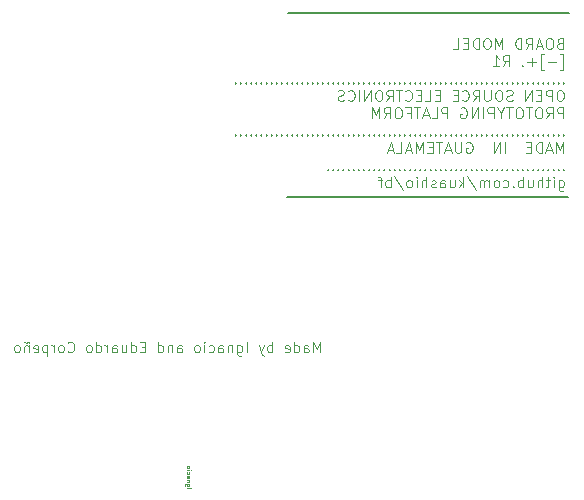
<source format=gbr>
%TF.GenerationSoftware,KiCad,Pcbnew,9.0.6*%
%TF.CreationDate,2025-12-24T16:29:09-05:00*%
%TF.ProjectId,BrainFuino,42726169-6e46-4756-996e-6f2e6b696361,rev?*%
%TF.SameCoordinates,Original*%
%TF.FileFunction,Legend,Bot*%
%TF.FilePolarity,Positive*%
%FSLAX46Y46*%
G04 Gerber Fmt 4.6, Leading zero omitted, Abs format (unit mm)*
G04 Created by KiCad (PCBNEW 9.0.6) date 2025-12-24 16:29:09*
%MOMM*%
%LPD*%
G01*
G04 APERTURE LIST*
%ADD10C,0.203200*%
%ADD11C,0.032512*%
%ADD12C,0.077216*%
%ADD13C,0.079248*%
%ADD14C,2.082800*%
%ADD15C,3.175000*%
%ADD16C,2.133600*%
G04 APERTURE END LIST*
D10*
X159931100Y-83756500D02*
X136137650Y-83756500D01*
X159867600Y-99377500D02*
X136074150Y-99377500D01*
D11*
X127562498Y-123983647D02*
X127936386Y-123983647D01*
X127811757Y-123645367D02*
X127509086Y-123645367D01*
X127509086Y-123645367D02*
X127473477Y-123663171D01*
X127473477Y-123663171D02*
X127455673Y-123680975D01*
X127455673Y-123680975D02*
X127437869Y-123716584D01*
X127437869Y-123716584D02*
X127437869Y-123769996D01*
X127437869Y-123769996D02*
X127455673Y-123805605D01*
X127580303Y-123645367D02*
X127562498Y-123680975D01*
X127562498Y-123680975D02*
X127562498Y-123752192D01*
X127562498Y-123752192D02*
X127580303Y-123787800D01*
X127580303Y-123787800D02*
X127598107Y-123805605D01*
X127598107Y-123805605D02*
X127633715Y-123823409D01*
X127633715Y-123823409D02*
X127740540Y-123823409D01*
X127740540Y-123823409D02*
X127776149Y-123805605D01*
X127776149Y-123805605D02*
X127793953Y-123787800D01*
X127793953Y-123787800D02*
X127811757Y-123752192D01*
X127811757Y-123752192D02*
X127811757Y-123680975D01*
X127811757Y-123680975D02*
X127793953Y-123645367D01*
X127811757Y-123467325D02*
X127562498Y-123467325D01*
X127776149Y-123467325D02*
X127793953Y-123449520D01*
X127793953Y-123449520D02*
X127811757Y-123413912D01*
X127811757Y-123413912D02*
X127811757Y-123360499D01*
X127811757Y-123360499D02*
X127793953Y-123324891D01*
X127793953Y-123324891D02*
X127758344Y-123307087D01*
X127758344Y-123307087D02*
X127562498Y-123307087D01*
X127562498Y-122968807D02*
X127758344Y-122968807D01*
X127758344Y-122968807D02*
X127793953Y-122986611D01*
X127793953Y-122986611D02*
X127811757Y-123022219D01*
X127811757Y-123022219D02*
X127811757Y-123093436D01*
X127811757Y-123093436D02*
X127793953Y-123129045D01*
X127580303Y-122968807D02*
X127562498Y-123004415D01*
X127562498Y-123004415D02*
X127562498Y-123093436D01*
X127562498Y-123093436D02*
X127580303Y-123129045D01*
X127580303Y-123129045D02*
X127615911Y-123146849D01*
X127615911Y-123146849D02*
X127651519Y-123146849D01*
X127651519Y-123146849D02*
X127687128Y-123129045D01*
X127687128Y-123129045D02*
X127704932Y-123093436D01*
X127704932Y-123093436D02*
X127704932Y-123004415D01*
X127704932Y-123004415D02*
X127722736Y-122968807D01*
X127580303Y-122630527D02*
X127562498Y-122666135D01*
X127562498Y-122666135D02*
X127562498Y-122737352D01*
X127562498Y-122737352D02*
X127580303Y-122772960D01*
X127580303Y-122772960D02*
X127598107Y-122790765D01*
X127598107Y-122790765D02*
X127633715Y-122808569D01*
X127633715Y-122808569D02*
X127740540Y-122808569D01*
X127740540Y-122808569D02*
X127776149Y-122790765D01*
X127776149Y-122790765D02*
X127793953Y-122772960D01*
X127793953Y-122772960D02*
X127811757Y-122737352D01*
X127811757Y-122737352D02*
X127811757Y-122666135D01*
X127811757Y-122666135D02*
X127793953Y-122630527D01*
X127562498Y-122470290D02*
X127811757Y-122470290D01*
X127936386Y-122470290D02*
X127918582Y-122488094D01*
X127918582Y-122488094D02*
X127900778Y-122470290D01*
X127900778Y-122470290D02*
X127918582Y-122452485D01*
X127918582Y-122452485D02*
X127936386Y-122470290D01*
X127936386Y-122470290D02*
X127900778Y-122470290D01*
X127562498Y-122238835D02*
X127580303Y-122274443D01*
X127580303Y-122274443D02*
X127598107Y-122292248D01*
X127598107Y-122292248D02*
X127633715Y-122310052D01*
X127633715Y-122310052D02*
X127740540Y-122310052D01*
X127740540Y-122310052D02*
X127776149Y-122292248D01*
X127776149Y-122292248D02*
X127793953Y-122274443D01*
X127793953Y-122274443D02*
X127811757Y-122238835D01*
X127811757Y-122238835D02*
X127811757Y-122185422D01*
X127811757Y-122185422D02*
X127793953Y-122149814D01*
X127793953Y-122149814D02*
X127776149Y-122132010D01*
X127776149Y-122132010D02*
X127740540Y-122114206D01*
X127740540Y-122114206D02*
X127633715Y-122114206D01*
X127633715Y-122114206D02*
X127598107Y-122132010D01*
X127598107Y-122132010D02*
X127580303Y-122149814D01*
X127580303Y-122149814D02*
X127562498Y-122185422D01*
X127562498Y-122185422D02*
X127562498Y-122238835D01*
D12*
X138866275Y-112485511D02*
X138866275Y-111597527D01*
X138866275Y-111597527D02*
X138570280Y-112231802D01*
X138570280Y-112231802D02*
X138274285Y-111597527D01*
X138274285Y-111597527D02*
X138274285Y-112485511D01*
X137470871Y-112485511D02*
X137470871Y-112020377D01*
X137470871Y-112020377D02*
X137513156Y-111935807D01*
X137513156Y-111935807D02*
X137597726Y-111893522D01*
X137597726Y-111893522D02*
X137766866Y-111893522D01*
X137766866Y-111893522D02*
X137851436Y-111935807D01*
X137470871Y-112443227D02*
X137555441Y-112485511D01*
X137555441Y-112485511D02*
X137766866Y-112485511D01*
X137766866Y-112485511D02*
X137851436Y-112443227D01*
X137851436Y-112443227D02*
X137893721Y-112358657D01*
X137893721Y-112358657D02*
X137893721Y-112274087D01*
X137893721Y-112274087D02*
X137851436Y-112189517D01*
X137851436Y-112189517D02*
X137766866Y-112147232D01*
X137766866Y-112147232D02*
X137555441Y-112147232D01*
X137555441Y-112147232D02*
X137470871Y-112104947D01*
X136667457Y-112485511D02*
X136667457Y-111597527D01*
X136667457Y-112443227D02*
X136752027Y-112485511D01*
X136752027Y-112485511D02*
X136921167Y-112485511D01*
X136921167Y-112485511D02*
X137005737Y-112443227D01*
X137005737Y-112443227D02*
X137048022Y-112400942D01*
X137048022Y-112400942D02*
X137090307Y-112316372D01*
X137090307Y-112316372D02*
X137090307Y-112062662D01*
X137090307Y-112062662D02*
X137048022Y-111978092D01*
X137048022Y-111978092D02*
X137005737Y-111935807D01*
X137005737Y-111935807D02*
X136921167Y-111893522D01*
X136921167Y-111893522D02*
X136752027Y-111893522D01*
X136752027Y-111893522D02*
X136667457Y-111935807D01*
X135906328Y-112443227D02*
X135990898Y-112485511D01*
X135990898Y-112485511D02*
X136160038Y-112485511D01*
X136160038Y-112485511D02*
X136244608Y-112443227D01*
X136244608Y-112443227D02*
X136286893Y-112358657D01*
X136286893Y-112358657D02*
X136286893Y-112020377D01*
X136286893Y-112020377D02*
X136244608Y-111935807D01*
X136244608Y-111935807D02*
X136160038Y-111893522D01*
X136160038Y-111893522D02*
X135990898Y-111893522D01*
X135990898Y-111893522D02*
X135906328Y-111935807D01*
X135906328Y-111935807D02*
X135864043Y-112020377D01*
X135864043Y-112020377D02*
X135864043Y-112104947D01*
X135864043Y-112104947D02*
X136286893Y-112189517D01*
X134806920Y-112485511D02*
X134806920Y-111597527D01*
X134806920Y-111935807D02*
X134722350Y-111893522D01*
X134722350Y-111893522D02*
X134553210Y-111893522D01*
X134553210Y-111893522D02*
X134468640Y-111935807D01*
X134468640Y-111935807D02*
X134426355Y-111978092D01*
X134426355Y-111978092D02*
X134384070Y-112062662D01*
X134384070Y-112062662D02*
X134384070Y-112316372D01*
X134384070Y-112316372D02*
X134426355Y-112400942D01*
X134426355Y-112400942D02*
X134468640Y-112443227D01*
X134468640Y-112443227D02*
X134553210Y-112485511D01*
X134553210Y-112485511D02*
X134722350Y-112485511D01*
X134722350Y-112485511D02*
X134806920Y-112443227D01*
X134088076Y-111893522D02*
X133876651Y-112485511D01*
X133665226Y-111893522D02*
X133876651Y-112485511D01*
X133876651Y-112485511D02*
X133961221Y-112696936D01*
X133961221Y-112696936D02*
X134003506Y-112739221D01*
X134003506Y-112739221D02*
X134088076Y-112781506D01*
X132650388Y-112485511D02*
X132650388Y-111597527D01*
X131846973Y-111893522D02*
X131846973Y-112612366D01*
X131846973Y-112612366D02*
X131889258Y-112696936D01*
X131889258Y-112696936D02*
X131931543Y-112739221D01*
X131931543Y-112739221D02*
X132016113Y-112781506D01*
X132016113Y-112781506D02*
X132142968Y-112781506D01*
X132142968Y-112781506D02*
X132227538Y-112739221D01*
X131846973Y-112443227D02*
X131931543Y-112485511D01*
X131931543Y-112485511D02*
X132100683Y-112485511D01*
X132100683Y-112485511D02*
X132185253Y-112443227D01*
X132185253Y-112443227D02*
X132227538Y-112400942D01*
X132227538Y-112400942D02*
X132269823Y-112316372D01*
X132269823Y-112316372D02*
X132269823Y-112062662D01*
X132269823Y-112062662D02*
X132227538Y-111978092D01*
X132227538Y-111978092D02*
X132185253Y-111935807D01*
X132185253Y-111935807D02*
X132100683Y-111893522D01*
X132100683Y-111893522D02*
X131931543Y-111893522D01*
X131931543Y-111893522D02*
X131846973Y-111935807D01*
X131424124Y-111893522D02*
X131424124Y-112485511D01*
X131424124Y-111978092D02*
X131381839Y-111935807D01*
X131381839Y-111935807D02*
X131297269Y-111893522D01*
X131297269Y-111893522D02*
X131170414Y-111893522D01*
X131170414Y-111893522D02*
X131085844Y-111935807D01*
X131085844Y-111935807D02*
X131043559Y-112020377D01*
X131043559Y-112020377D02*
X131043559Y-112485511D01*
X130240145Y-112485511D02*
X130240145Y-112020377D01*
X130240145Y-112020377D02*
X130282430Y-111935807D01*
X130282430Y-111935807D02*
X130367000Y-111893522D01*
X130367000Y-111893522D02*
X130536140Y-111893522D01*
X130536140Y-111893522D02*
X130620710Y-111935807D01*
X130240145Y-112443227D02*
X130324715Y-112485511D01*
X130324715Y-112485511D02*
X130536140Y-112485511D01*
X130536140Y-112485511D02*
X130620710Y-112443227D01*
X130620710Y-112443227D02*
X130662995Y-112358657D01*
X130662995Y-112358657D02*
X130662995Y-112274087D01*
X130662995Y-112274087D02*
X130620710Y-112189517D01*
X130620710Y-112189517D02*
X130536140Y-112147232D01*
X130536140Y-112147232D02*
X130324715Y-112147232D01*
X130324715Y-112147232D02*
X130240145Y-112104947D01*
X129436731Y-112443227D02*
X129521301Y-112485511D01*
X129521301Y-112485511D02*
X129690441Y-112485511D01*
X129690441Y-112485511D02*
X129775011Y-112443227D01*
X129775011Y-112443227D02*
X129817296Y-112400942D01*
X129817296Y-112400942D02*
X129859581Y-112316372D01*
X129859581Y-112316372D02*
X129859581Y-112062662D01*
X129859581Y-112062662D02*
X129817296Y-111978092D01*
X129817296Y-111978092D02*
X129775011Y-111935807D01*
X129775011Y-111935807D02*
X129690441Y-111893522D01*
X129690441Y-111893522D02*
X129521301Y-111893522D01*
X129521301Y-111893522D02*
X129436731Y-111935807D01*
X129056167Y-112485511D02*
X129056167Y-111893522D01*
X129056167Y-111597527D02*
X129098452Y-111639812D01*
X129098452Y-111639812D02*
X129056167Y-111682097D01*
X129056167Y-111682097D02*
X129013882Y-111639812D01*
X129013882Y-111639812D02*
X129056167Y-111597527D01*
X129056167Y-111597527D02*
X129056167Y-111682097D01*
X128506462Y-112485511D02*
X128591032Y-112443227D01*
X128591032Y-112443227D02*
X128633317Y-112400942D01*
X128633317Y-112400942D02*
X128675602Y-112316372D01*
X128675602Y-112316372D02*
X128675602Y-112062662D01*
X128675602Y-112062662D02*
X128633317Y-111978092D01*
X128633317Y-111978092D02*
X128591032Y-111935807D01*
X128591032Y-111935807D02*
X128506462Y-111893522D01*
X128506462Y-111893522D02*
X128379607Y-111893522D01*
X128379607Y-111893522D02*
X128295037Y-111935807D01*
X128295037Y-111935807D02*
X128252752Y-111978092D01*
X128252752Y-111978092D02*
X128210467Y-112062662D01*
X128210467Y-112062662D02*
X128210467Y-112316372D01*
X128210467Y-112316372D02*
X128252752Y-112400942D01*
X128252752Y-112400942D02*
X128295037Y-112443227D01*
X128295037Y-112443227D02*
X128379607Y-112485511D01*
X128379607Y-112485511D02*
X128506462Y-112485511D01*
X126772779Y-112485511D02*
X126772779Y-112020377D01*
X126772779Y-112020377D02*
X126815064Y-111935807D01*
X126815064Y-111935807D02*
X126899634Y-111893522D01*
X126899634Y-111893522D02*
X127068774Y-111893522D01*
X127068774Y-111893522D02*
X127153344Y-111935807D01*
X126772779Y-112443227D02*
X126857349Y-112485511D01*
X126857349Y-112485511D02*
X127068774Y-112485511D01*
X127068774Y-112485511D02*
X127153344Y-112443227D01*
X127153344Y-112443227D02*
X127195629Y-112358657D01*
X127195629Y-112358657D02*
X127195629Y-112274087D01*
X127195629Y-112274087D02*
X127153344Y-112189517D01*
X127153344Y-112189517D02*
X127068774Y-112147232D01*
X127068774Y-112147232D02*
X126857349Y-112147232D01*
X126857349Y-112147232D02*
X126772779Y-112104947D01*
X126349930Y-111893522D02*
X126349930Y-112485511D01*
X126349930Y-111978092D02*
X126307645Y-111935807D01*
X126307645Y-111935807D02*
X126223075Y-111893522D01*
X126223075Y-111893522D02*
X126096220Y-111893522D01*
X126096220Y-111893522D02*
X126011650Y-111935807D01*
X126011650Y-111935807D02*
X125969365Y-112020377D01*
X125969365Y-112020377D02*
X125969365Y-112485511D01*
X125165951Y-112485511D02*
X125165951Y-111597527D01*
X125165951Y-112443227D02*
X125250521Y-112485511D01*
X125250521Y-112485511D02*
X125419661Y-112485511D01*
X125419661Y-112485511D02*
X125504231Y-112443227D01*
X125504231Y-112443227D02*
X125546516Y-112400942D01*
X125546516Y-112400942D02*
X125588801Y-112316372D01*
X125588801Y-112316372D02*
X125588801Y-112062662D01*
X125588801Y-112062662D02*
X125546516Y-111978092D01*
X125546516Y-111978092D02*
X125504231Y-111935807D01*
X125504231Y-111935807D02*
X125419661Y-111893522D01*
X125419661Y-111893522D02*
X125250521Y-111893522D01*
X125250521Y-111893522D02*
X125165951Y-111935807D01*
X124066543Y-112020377D02*
X123770548Y-112020377D01*
X123643693Y-112485511D02*
X124066543Y-112485511D01*
X124066543Y-112485511D02*
X124066543Y-111597527D01*
X124066543Y-111597527D02*
X123643693Y-111597527D01*
X122882564Y-112485511D02*
X122882564Y-111597527D01*
X122882564Y-112443227D02*
X122967134Y-112485511D01*
X122967134Y-112485511D02*
X123136274Y-112485511D01*
X123136274Y-112485511D02*
X123220844Y-112443227D01*
X123220844Y-112443227D02*
X123263129Y-112400942D01*
X123263129Y-112400942D02*
X123305414Y-112316372D01*
X123305414Y-112316372D02*
X123305414Y-112062662D01*
X123305414Y-112062662D02*
X123263129Y-111978092D01*
X123263129Y-111978092D02*
X123220844Y-111935807D01*
X123220844Y-111935807D02*
X123136274Y-111893522D01*
X123136274Y-111893522D02*
X122967134Y-111893522D01*
X122967134Y-111893522D02*
X122882564Y-111935807D01*
X122079150Y-111893522D02*
X122079150Y-112485511D01*
X122459715Y-111893522D02*
X122459715Y-112358657D01*
X122459715Y-112358657D02*
X122417430Y-112443227D01*
X122417430Y-112443227D02*
X122332860Y-112485511D01*
X122332860Y-112485511D02*
X122206005Y-112485511D01*
X122206005Y-112485511D02*
X122121435Y-112443227D01*
X122121435Y-112443227D02*
X122079150Y-112400942D01*
X121275736Y-112485511D02*
X121275736Y-112020377D01*
X121275736Y-112020377D02*
X121318021Y-111935807D01*
X121318021Y-111935807D02*
X121402591Y-111893522D01*
X121402591Y-111893522D02*
X121571731Y-111893522D01*
X121571731Y-111893522D02*
X121656301Y-111935807D01*
X121275736Y-112443227D02*
X121360306Y-112485511D01*
X121360306Y-112485511D02*
X121571731Y-112485511D01*
X121571731Y-112485511D02*
X121656301Y-112443227D01*
X121656301Y-112443227D02*
X121698586Y-112358657D01*
X121698586Y-112358657D02*
X121698586Y-112274087D01*
X121698586Y-112274087D02*
X121656301Y-112189517D01*
X121656301Y-112189517D02*
X121571731Y-112147232D01*
X121571731Y-112147232D02*
X121360306Y-112147232D01*
X121360306Y-112147232D02*
X121275736Y-112104947D01*
X120852887Y-112485511D02*
X120852887Y-111893522D01*
X120852887Y-112062662D02*
X120810602Y-111978092D01*
X120810602Y-111978092D02*
X120768317Y-111935807D01*
X120768317Y-111935807D02*
X120683747Y-111893522D01*
X120683747Y-111893522D02*
X120599177Y-111893522D01*
X119922618Y-112485511D02*
X119922618Y-111597527D01*
X119922618Y-112443227D02*
X120007188Y-112485511D01*
X120007188Y-112485511D02*
X120176328Y-112485511D01*
X120176328Y-112485511D02*
X120260898Y-112443227D01*
X120260898Y-112443227D02*
X120303183Y-112400942D01*
X120303183Y-112400942D02*
X120345468Y-112316372D01*
X120345468Y-112316372D02*
X120345468Y-112062662D01*
X120345468Y-112062662D02*
X120303183Y-111978092D01*
X120303183Y-111978092D02*
X120260898Y-111935807D01*
X120260898Y-111935807D02*
X120176328Y-111893522D01*
X120176328Y-111893522D02*
X120007188Y-111893522D01*
X120007188Y-111893522D02*
X119922618Y-111935807D01*
X119372914Y-112485511D02*
X119457484Y-112443227D01*
X119457484Y-112443227D02*
X119499769Y-112400942D01*
X119499769Y-112400942D02*
X119542054Y-112316372D01*
X119542054Y-112316372D02*
X119542054Y-112062662D01*
X119542054Y-112062662D02*
X119499769Y-111978092D01*
X119499769Y-111978092D02*
X119457484Y-111935807D01*
X119457484Y-111935807D02*
X119372914Y-111893522D01*
X119372914Y-111893522D02*
X119246059Y-111893522D01*
X119246059Y-111893522D02*
X119161489Y-111935807D01*
X119161489Y-111935807D02*
X119119204Y-111978092D01*
X119119204Y-111978092D02*
X119076919Y-112062662D01*
X119076919Y-112062662D02*
X119076919Y-112316372D01*
X119076919Y-112316372D02*
X119119204Y-112400942D01*
X119119204Y-112400942D02*
X119161489Y-112443227D01*
X119161489Y-112443227D02*
X119246059Y-112485511D01*
X119246059Y-112485511D02*
X119372914Y-112485511D01*
X117512376Y-112400942D02*
X117554661Y-112443227D01*
X117554661Y-112443227D02*
X117681516Y-112485511D01*
X117681516Y-112485511D02*
X117766086Y-112485511D01*
X117766086Y-112485511D02*
X117892941Y-112443227D01*
X117892941Y-112443227D02*
X117977511Y-112358657D01*
X117977511Y-112358657D02*
X118019796Y-112274087D01*
X118019796Y-112274087D02*
X118062081Y-112104947D01*
X118062081Y-112104947D02*
X118062081Y-111978092D01*
X118062081Y-111978092D02*
X118019796Y-111808952D01*
X118019796Y-111808952D02*
X117977511Y-111724382D01*
X117977511Y-111724382D02*
X117892941Y-111639812D01*
X117892941Y-111639812D02*
X117766086Y-111597527D01*
X117766086Y-111597527D02*
X117681516Y-111597527D01*
X117681516Y-111597527D02*
X117554661Y-111639812D01*
X117554661Y-111639812D02*
X117512376Y-111682097D01*
X117004957Y-112485511D02*
X117089527Y-112443227D01*
X117089527Y-112443227D02*
X117131812Y-112400942D01*
X117131812Y-112400942D02*
X117174097Y-112316372D01*
X117174097Y-112316372D02*
X117174097Y-112062662D01*
X117174097Y-112062662D02*
X117131812Y-111978092D01*
X117131812Y-111978092D02*
X117089527Y-111935807D01*
X117089527Y-111935807D02*
X117004957Y-111893522D01*
X117004957Y-111893522D02*
X116878102Y-111893522D01*
X116878102Y-111893522D02*
X116793532Y-111935807D01*
X116793532Y-111935807D02*
X116751247Y-111978092D01*
X116751247Y-111978092D02*
X116708962Y-112062662D01*
X116708962Y-112062662D02*
X116708962Y-112316372D01*
X116708962Y-112316372D02*
X116751247Y-112400942D01*
X116751247Y-112400942D02*
X116793532Y-112443227D01*
X116793532Y-112443227D02*
X116878102Y-112485511D01*
X116878102Y-112485511D02*
X117004957Y-112485511D01*
X116328398Y-112485511D02*
X116328398Y-111893522D01*
X116328398Y-112062662D02*
X116286113Y-111978092D01*
X116286113Y-111978092D02*
X116243828Y-111935807D01*
X116243828Y-111935807D02*
X116159258Y-111893522D01*
X116159258Y-111893522D02*
X116074688Y-111893522D01*
X115778694Y-111893522D02*
X115778694Y-112781506D01*
X115778694Y-111935807D02*
X115694124Y-111893522D01*
X115694124Y-111893522D02*
X115524984Y-111893522D01*
X115524984Y-111893522D02*
X115440414Y-111935807D01*
X115440414Y-111935807D02*
X115398129Y-111978092D01*
X115398129Y-111978092D02*
X115355844Y-112062662D01*
X115355844Y-112062662D02*
X115355844Y-112316372D01*
X115355844Y-112316372D02*
X115398129Y-112400942D01*
X115398129Y-112400942D02*
X115440414Y-112443227D01*
X115440414Y-112443227D02*
X115524984Y-112485511D01*
X115524984Y-112485511D02*
X115694124Y-112485511D01*
X115694124Y-112485511D02*
X115778694Y-112443227D01*
X114637000Y-112443227D02*
X114721570Y-112485511D01*
X114721570Y-112485511D02*
X114890710Y-112485511D01*
X114890710Y-112485511D02*
X114975280Y-112443227D01*
X114975280Y-112443227D02*
X115017565Y-112358657D01*
X115017565Y-112358657D02*
X115017565Y-112020377D01*
X115017565Y-112020377D02*
X114975280Y-111935807D01*
X114975280Y-111935807D02*
X114890710Y-111893522D01*
X114890710Y-111893522D02*
X114721570Y-111893522D01*
X114721570Y-111893522D02*
X114637000Y-111935807D01*
X114637000Y-111935807D02*
X114594715Y-112020377D01*
X114594715Y-112020377D02*
X114594715Y-112104947D01*
X114594715Y-112104947D02*
X115017565Y-112189517D01*
X114214151Y-111893522D02*
X114214151Y-112485511D01*
X114214151Y-111978092D02*
X114171866Y-111935807D01*
X114171866Y-111935807D02*
X114087296Y-111893522D01*
X114087296Y-111893522D02*
X113960441Y-111893522D01*
X113960441Y-111893522D02*
X113875871Y-111935807D01*
X113875871Y-111935807D02*
X113833586Y-112020377D01*
X113833586Y-112020377D02*
X113833586Y-112485511D01*
X114256436Y-111682097D02*
X114214151Y-111639812D01*
X114214151Y-111639812D02*
X114129581Y-111597527D01*
X114129581Y-111597527D02*
X113960441Y-111682097D01*
X113960441Y-111682097D02*
X113875871Y-111639812D01*
X113875871Y-111639812D02*
X113833586Y-111597527D01*
X113283882Y-112485511D02*
X113368452Y-112443227D01*
X113368452Y-112443227D02*
X113410737Y-112400942D01*
X113410737Y-112400942D02*
X113453022Y-112316372D01*
X113453022Y-112316372D02*
X113453022Y-112062662D01*
X113453022Y-112062662D02*
X113410737Y-111978092D01*
X113410737Y-111978092D02*
X113368452Y-111935807D01*
X113368452Y-111935807D02*
X113283882Y-111893522D01*
X113283882Y-111893522D02*
X113157027Y-111893522D01*
X113157027Y-111893522D02*
X113072457Y-111935807D01*
X113072457Y-111935807D02*
X113030172Y-111978092D01*
X113030172Y-111978092D02*
X112987887Y-112062662D01*
X112987887Y-112062662D02*
X112987887Y-112316372D01*
X112987887Y-112316372D02*
X113030172Y-112400942D01*
X113030172Y-112400942D02*
X113072457Y-112443227D01*
X113072457Y-112443227D02*
X113157027Y-112485511D01*
X113157027Y-112485511D02*
X113283882Y-112485511D01*
D13*
X159161341Y-86335464D02*
X159031148Y-86378862D01*
X159031148Y-86378862D02*
X158987750Y-86422260D01*
X158987750Y-86422260D02*
X158944352Y-86509055D01*
X158944352Y-86509055D02*
X158944352Y-86639248D01*
X158944352Y-86639248D02*
X158987750Y-86726044D01*
X158987750Y-86726044D02*
X159031148Y-86769442D01*
X159031148Y-86769442D02*
X159117943Y-86812839D01*
X159117943Y-86812839D02*
X159465125Y-86812839D01*
X159465125Y-86812839D02*
X159465125Y-85901487D01*
X159465125Y-85901487D02*
X159161341Y-85901487D01*
X159161341Y-85901487D02*
X159074546Y-85944885D01*
X159074546Y-85944885D02*
X159031148Y-85988283D01*
X159031148Y-85988283D02*
X158987750Y-86075078D01*
X158987750Y-86075078D02*
X158987750Y-86161874D01*
X158987750Y-86161874D02*
X159031148Y-86248669D01*
X159031148Y-86248669D02*
X159074546Y-86292067D01*
X159074546Y-86292067D02*
X159161341Y-86335464D01*
X159161341Y-86335464D02*
X159465125Y-86335464D01*
X158380182Y-85901487D02*
X158206591Y-85901487D01*
X158206591Y-85901487D02*
X158119796Y-85944885D01*
X158119796Y-85944885D02*
X158033000Y-86031680D01*
X158033000Y-86031680D02*
X157989603Y-86205271D01*
X157989603Y-86205271D02*
X157989603Y-86509055D01*
X157989603Y-86509055D02*
X158033000Y-86682646D01*
X158033000Y-86682646D02*
X158119796Y-86769442D01*
X158119796Y-86769442D02*
X158206591Y-86812839D01*
X158206591Y-86812839D02*
X158380182Y-86812839D01*
X158380182Y-86812839D02*
X158466978Y-86769442D01*
X158466978Y-86769442D02*
X158553773Y-86682646D01*
X158553773Y-86682646D02*
X158597171Y-86509055D01*
X158597171Y-86509055D02*
X158597171Y-86205271D01*
X158597171Y-86205271D02*
X158553773Y-86031680D01*
X158553773Y-86031680D02*
X158466978Y-85944885D01*
X158466978Y-85944885D02*
X158380182Y-85901487D01*
X157642421Y-86552453D02*
X157208444Y-86552453D01*
X157729216Y-86812839D02*
X157425432Y-85901487D01*
X157425432Y-85901487D02*
X157121648Y-86812839D01*
X156297091Y-86812839D02*
X156600875Y-86378862D01*
X156817864Y-86812839D02*
X156817864Y-85901487D01*
X156817864Y-85901487D02*
X156470682Y-85901487D01*
X156470682Y-85901487D02*
X156383887Y-85944885D01*
X156383887Y-85944885D02*
X156340489Y-85988283D01*
X156340489Y-85988283D02*
X156297091Y-86075078D01*
X156297091Y-86075078D02*
X156297091Y-86205271D01*
X156297091Y-86205271D02*
X156340489Y-86292067D01*
X156340489Y-86292067D02*
X156383887Y-86335464D01*
X156383887Y-86335464D02*
X156470682Y-86378862D01*
X156470682Y-86378862D02*
X156817864Y-86378862D01*
X155906512Y-86812839D02*
X155906512Y-85901487D01*
X155906512Y-85901487D02*
X155689523Y-85901487D01*
X155689523Y-85901487D02*
X155559330Y-85944885D01*
X155559330Y-85944885D02*
X155472535Y-86031680D01*
X155472535Y-86031680D02*
X155429137Y-86118476D01*
X155429137Y-86118476D02*
X155385739Y-86292067D01*
X155385739Y-86292067D02*
X155385739Y-86422260D01*
X155385739Y-86422260D02*
X155429137Y-86595851D01*
X155429137Y-86595851D02*
X155472535Y-86682646D01*
X155472535Y-86682646D02*
X155559330Y-86769442D01*
X155559330Y-86769442D02*
X155689523Y-86812839D01*
X155689523Y-86812839D02*
X155906512Y-86812839D01*
X154300797Y-86812839D02*
X154300797Y-85901487D01*
X154300797Y-85901487D02*
X153997013Y-86552453D01*
X153997013Y-86552453D02*
X153693229Y-85901487D01*
X153693229Y-85901487D02*
X153693229Y-86812839D01*
X153085661Y-85901487D02*
X152912070Y-85901487D01*
X152912070Y-85901487D02*
X152825275Y-85944885D01*
X152825275Y-85944885D02*
X152738479Y-86031680D01*
X152738479Y-86031680D02*
X152695082Y-86205271D01*
X152695082Y-86205271D02*
X152695082Y-86509055D01*
X152695082Y-86509055D02*
X152738479Y-86682646D01*
X152738479Y-86682646D02*
X152825275Y-86769442D01*
X152825275Y-86769442D02*
X152912070Y-86812839D01*
X152912070Y-86812839D02*
X153085661Y-86812839D01*
X153085661Y-86812839D02*
X153172457Y-86769442D01*
X153172457Y-86769442D02*
X153259252Y-86682646D01*
X153259252Y-86682646D02*
X153302650Y-86509055D01*
X153302650Y-86509055D02*
X153302650Y-86205271D01*
X153302650Y-86205271D02*
X153259252Y-86031680D01*
X153259252Y-86031680D02*
X153172457Y-85944885D01*
X153172457Y-85944885D02*
X153085661Y-85901487D01*
X152304502Y-86812839D02*
X152304502Y-85901487D01*
X152304502Y-85901487D02*
X152087513Y-85901487D01*
X152087513Y-85901487D02*
X151957320Y-85944885D01*
X151957320Y-85944885D02*
X151870525Y-86031680D01*
X151870525Y-86031680D02*
X151827127Y-86118476D01*
X151827127Y-86118476D02*
X151783729Y-86292067D01*
X151783729Y-86292067D02*
X151783729Y-86422260D01*
X151783729Y-86422260D02*
X151827127Y-86595851D01*
X151827127Y-86595851D02*
X151870525Y-86682646D01*
X151870525Y-86682646D02*
X151957320Y-86769442D01*
X151957320Y-86769442D02*
X152087513Y-86812839D01*
X152087513Y-86812839D02*
X152304502Y-86812839D01*
X151393150Y-86335464D02*
X151089366Y-86335464D01*
X150959173Y-86812839D02*
X151393150Y-86812839D01*
X151393150Y-86812839D02*
X151393150Y-85901487D01*
X151393150Y-85901487D02*
X150959173Y-85901487D01*
X150134616Y-86812839D02*
X150568593Y-86812839D01*
X150568593Y-86812839D02*
X150568593Y-85901487D01*
X159204739Y-88583849D02*
X159421727Y-88583849D01*
X159421727Y-88583849D02*
X159421727Y-87281918D01*
X159421727Y-87281918D02*
X159204739Y-87281918D01*
X158857557Y-87932884D02*
X158163194Y-87932884D01*
X157816011Y-88583849D02*
X157599023Y-88583849D01*
X157599023Y-88583849D02*
X157599023Y-87281918D01*
X157599023Y-87281918D02*
X157816011Y-87281918D01*
X157121648Y-87932884D02*
X156427285Y-87932884D01*
X156774466Y-88280065D02*
X156774466Y-87585702D01*
X155993307Y-88193270D02*
X155949909Y-88236668D01*
X155949909Y-88236668D02*
X155993307Y-88280065D01*
X155993307Y-88280065D02*
X156036705Y-88236668D01*
X156036705Y-88236668D02*
X155993307Y-88193270D01*
X155993307Y-88193270D02*
X155993307Y-88280065D01*
X154344194Y-88280065D02*
X154647978Y-87846088D01*
X154864967Y-88280065D02*
X154864967Y-87368713D01*
X154864967Y-87368713D02*
X154517785Y-87368713D01*
X154517785Y-87368713D02*
X154430990Y-87412111D01*
X154430990Y-87412111D02*
X154387592Y-87455509D01*
X154387592Y-87455509D02*
X154344194Y-87542304D01*
X154344194Y-87542304D02*
X154344194Y-87672497D01*
X154344194Y-87672497D02*
X154387592Y-87759293D01*
X154387592Y-87759293D02*
X154430990Y-87802690D01*
X154430990Y-87802690D02*
X154517785Y-87846088D01*
X154517785Y-87846088D02*
X154864967Y-87846088D01*
X153476240Y-88280065D02*
X153997013Y-88280065D01*
X153736626Y-88280065D02*
X153736626Y-87368713D01*
X153736626Y-87368713D02*
X153823422Y-87498906D01*
X153823422Y-87498906D02*
X153910217Y-87585702D01*
X153910217Y-87585702D02*
X153997013Y-87629100D01*
X159465125Y-89660496D02*
X159421727Y-89703894D01*
X159421727Y-89703894D02*
X159465125Y-89747291D01*
X159465125Y-89747291D02*
X159508523Y-89703894D01*
X159508523Y-89703894D02*
X159465125Y-89660496D01*
X159465125Y-89660496D02*
X159465125Y-89747291D01*
X159031148Y-89660496D02*
X158987750Y-89703894D01*
X158987750Y-89703894D02*
X159031148Y-89747291D01*
X159031148Y-89747291D02*
X159074546Y-89703894D01*
X159074546Y-89703894D02*
X159031148Y-89660496D01*
X159031148Y-89660496D02*
X159031148Y-89747291D01*
X158597171Y-89660496D02*
X158553773Y-89703894D01*
X158553773Y-89703894D02*
X158597171Y-89747291D01*
X158597171Y-89747291D02*
X158640569Y-89703894D01*
X158640569Y-89703894D02*
X158597171Y-89660496D01*
X158597171Y-89660496D02*
X158597171Y-89747291D01*
X158163194Y-89660496D02*
X158119796Y-89703894D01*
X158119796Y-89703894D02*
X158163194Y-89747291D01*
X158163194Y-89747291D02*
X158206592Y-89703894D01*
X158206592Y-89703894D02*
X158163194Y-89660496D01*
X158163194Y-89660496D02*
X158163194Y-89747291D01*
X157729217Y-89660496D02*
X157685819Y-89703894D01*
X157685819Y-89703894D02*
X157729217Y-89747291D01*
X157729217Y-89747291D02*
X157772615Y-89703894D01*
X157772615Y-89703894D02*
X157729217Y-89660496D01*
X157729217Y-89660496D02*
X157729217Y-89747291D01*
X157295240Y-89660496D02*
X157251842Y-89703894D01*
X157251842Y-89703894D02*
X157295240Y-89747291D01*
X157295240Y-89747291D02*
X157338638Y-89703894D01*
X157338638Y-89703894D02*
X157295240Y-89660496D01*
X157295240Y-89660496D02*
X157295240Y-89747291D01*
X156861263Y-89660496D02*
X156817865Y-89703894D01*
X156817865Y-89703894D02*
X156861263Y-89747291D01*
X156861263Y-89747291D02*
X156904661Y-89703894D01*
X156904661Y-89703894D02*
X156861263Y-89660496D01*
X156861263Y-89660496D02*
X156861263Y-89747291D01*
X156427286Y-89660496D02*
X156383888Y-89703894D01*
X156383888Y-89703894D02*
X156427286Y-89747291D01*
X156427286Y-89747291D02*
X156470684Y-89703894D01*
X156470684Y-89703894D02*
X156427286Y-89660496D01*
X156427286Y-89660496D02*
X156427286Y-89747291D01*
X155993309Y-89660496D02*
X155949911Y-89703894D01*
X155949911Y-89703894D02*
X155993309Y-89747291D01*
X155993309Y-89747291D02*
X156036707Y-89703894D01*
X156036707Y-89703894D02*
X155993309Y-89660496D01*
X155993309Y-89660496D02*
X155993309Y-89747291D01*
X155559332Y-89660496D02*
X155515934Y-89703894D01*
X155515934Y-89703894D02*
X155559332Y-89747291D01*
X155559332Y-89747291D02*
X155602730Y-89703894D01*
X155602730Y-89703894D02*
X155559332Y-89660496D01*
X155559332Y-89660496D02*
X155559332Y-89747291D01*
X155125355Y-89660496D02*
X155081957Y-89703894D01*
X155081957Y-89703894D02*
X155125355Y-89747291D01*
X155125355Y-89747291D02*
X155168753Y-89703894D01*
X155168753Y-89703894D02*
X155125355Y-89660496D01*
X155125355Y-89660496D02*
X155125355Y-89747291D01*
X154691378Y-89660496D02*
X154647980Y-89703894D01*
X154647980Y-89703894D02*
X154691378Y-89747291D01*
X154691378Y-89747291D02*
X154734776Y-89703894D01*
X154734776Y-89703894D02*
X154691378Y-89660496D01*
X154691378Y-89660496D02*
X154691378Y-89747291D01*
X154257401Y-89660496D02*
X154214003Y-89703894D01*
X154214003Y-89703894D02*
X154257401Y-89747291D01*
X154257401Y-89747291D02*
X154300799Y-89703894D01*
X154300799Y-89703894D02*
X154257401Y-89660496D01*
X154257401Y-89660496D02*
X154257401Y-89747291D01*
X153823424Y-89660496D02*
X153780026Y-89703894D01*
X153780026Y-89703894D02*
X153823424Y-89747291D01*
X153823424Y-89747291D02*
X153866822Y-89703894D01*
X153866822Y-89703894D02*
X153823424Y-89660496D01*
X153823424Y-89660496D02*
X153823424Y-89747291D01*
X153389447Y-89660496D02*
X153346049Y-89703894D01*
X153346049Y-89703894D02*
X153389447Y-89747291D01*
X153389447Y-89747291D02*
X153432845Y-89703894D01*
X153432845Y-89703894D02*
X153389447Y-89660496D01*
X153389447Y-89660496D02*
X153389447Y-89747291D01*
X152955470Y-89660496D02*
X152912072Y-89703894D01*
X152912072Y-89703894D02*
X152955470Y-89747291D01*
X152955470Y-89747291D02*
X152998868Y-89703894D01*
X152998868Y-89703894D02*
X152955470Y-89660496D01*
X152955470Y-89660496D02*
X152955470Y-89747291D01*
X152521493Y-89660496D02*
X152478095Y-89703894D01*
X152478095Y-89703894D02*
X152521493Y-89747291D01*
X152521493Y-89747291D02*
X152564891Y-89703894D01*
X152564891Y-89703894D02*
X152521493Y-89660496D01*
X152521493Y-89660496D02*
X152521493Y-89747291D01*
X152087516Y-89660496D02*
X152044118Y-89703894D01*
X152044118Y-89703894D02*
X152087516Y-89747291D01*
X152087516Y-89747291D02*
X152130914Y-89703894D01*
X152130914Y-89703894D02*
X152087516Y-89660496D01*
X152087516Y-89660496D02*
X152087516Y-89747291D01*
X151653539Y-89660496D02*
X151610141Y-89703894D01*
X151610141Y-89703894D02*
X151653539Y-89747291D01*
X151653539Y-89747291D02*
X151696937Y-89703894D01*
X151696937Y-89703894D02*
X151653539Y-89660496D01*
X151653539Y-89660496D02*
X151653539Y-89747291D01*
X151219562Y-89660496D02*
X151176164Y-89703894D01*
X151176164Y-89703894D02*
X151219562Y-89747291D01*
X151219562Y-89747291D02*
X151262960Y-89703894D01*
X151262960Y-89703894D02*
X151219562Y-89660496D01*
X151219562Y-89660496D02*
X151219562Y-89747291D01*
X150785585Y-89660496D02*
X150742187Y-89703894D01*
X150742187Y-89703894D02*
X150785585Y-89747291D01*
X150785585Y-89747291D02*
X150828983Y-89703894D01*
X150828983Y-89703894D02*
X150785585Y-89660496D01*
X150785585Y-89660496D02*
X150785585Y-89747291D01*
X150351608Y-89660496D02*
X150308210Y-89703894D01*
X150308210Y-89703894D02*
X150351608Y-89747291D01*
X150351608Y-89747291D02*
X150395006Y-89703894D01*
X150395006Y-89703894D02*
X150351608Y-89660496D01*
X150351608Y-89660496D02*
X150351608Y-89747291D01*
X149917631Y-89660496D02*
X149874233Y-89703894D01*
X149874233Y-89703894D02*
X149917631Y-89747291D01*
X149917631Y-89747291D02*
X149961029Y-89703894D01*
X149961029Y-89703894D02*
X149917631Y-89660496D01*
X149917631Y-89660496D02*
X149917631Y-89747291D01*
X149483654Y-89660496D02*
X149440256Y-89703894D01*
X149440256Y-89703894D02*
X149483654Y-89747291D01*
X149483654Y-89747291D02*
X149527052Y-89703894D01*
X149527052Y-89703894D02*
X149483654Y-89660496D01*
X149483654Y-89660496D02*
X149483654Y-89747291D01*
X149049677Y-89660496D02*
X149006279Y-89703894D01*
X149006279Y-89703894D02*
X149049677Y-89747291D01*
X149049677Y-89747291D02*
X149093075Y-89703894D01*
X149093075Y-89703894D02*
X149049677Y-89660496D01*
X149049677Y-89660496D02*
X149049677Y-89747291D01*
X148615700Y-89660496D02*
X148572302Y-89703894D01*
X148572302Y-89703894D02*
X148615700Y-89747291D01*
X148615700Y-89747291D02*
X148659098Y-89703894D01*
X148659098Y-89703894D02*
X148615700Y-89660496D01*
X148615700Y-89660496D02*
X148615700Y-89747291D01*
X148181723Y-89660496D02*
X148138325Y-89703894D01*
X148138325Y-89703894D02*
X148181723Y-89747291D01*
X148181723Y-89747291D02*
X148225121Y-89703894D01*
X148225121Y-89703894D02*
X148181723Y-89660496D01*
X148181723Y-89660496D02*
X148181723Y-89747291D01*
X147747746Y-89660496D02*
X147704348Y-89703894D01*
X147704348Y-89703894D02*
X147747746Y-89747291D01*
X147747746Y-89747291D02*
X147791144Y-89703894D01*
X147791144Y-89703894D02*
X147747746Y-89660496D01*
X147747746Y-89660496D02*
X147747746Y-89747291D01*
X147313769Y-89660496D02*
X147270371Y-89703894D01*
X147270371Y-89703894D02*
X147313769Y-89747291D01*
X147313769Y-89747291D02*
X147357167Y-89703894D01*
X147357167Y-89703894D02*
X147313769Y-89660496D01*
X147313769Y-89660496D02*
X147313769Y-89747291D01*
X146879792Y-89660496D02*
X146836394Y-89703894D01*
X146836394Y-89703894D02*
X146879792Y-89747291D01*
X146879792Y-89747291D02*
X146923190Y-89703894D01*
X146923190Y-89703894D02*
X146879792Y-89660496D01*
X146879792Y-89660496D02*
X146879792Y-89747291D01*
X146445815Y-89660496D02*
X146402417Y-89703894D01*
X146402417Y-89703894D02*
X146445815Y-89747291D01*
X146445815Y-89747291D02*
X146489213Y-89703894D01*
X146489213Y-89703894D02*
X146445815Y-89660496D01*
X146445815Y-89660496D02*
X146445815Y-89747291D01*
X146011838Y-89660496D02*
X145968440Y-89703894D01*
X145968440Y-89703894D02*
X146011838Y-89747291D01*
X146011838Y-89747291D02*
X146055236Y-89703894D01*
X146055236Y-89703894D02*
X146011838Y-89660496D01*
X146011838Y-89660496D02*
X146011838Y-89747291D01*
X145577861Y-89660496D02*
X145534463Y-89703894D01*
X145534463Y-89703894D02*
X145577861Y-89747291D01*
X145577861Y-89747291D02*
X145621259Y-89703894D01*
X145621259Y-89703894D02*
X145577861Y-89660496D01*
X145577861Y-89660496D02*
X145577861Y-89747291D01*
X145143884Y-89660496D02*
X145100486Y-89703894D01*
X145100486Y-89703894D02*
X145143884Y-89747291D01*
X145143884Y-89747291D02*
X145187282Y-89703894D01*
X145187282Y-89703894D02*
X145143884Y-89660496D01*
X145143884Y-89660496D02*
X145143884Y-89747291D01*
X144709907Y-89660496D02*
X144666509Y-89703894D01*
X144666509Y-89703894D02*
X144709907Y-89747291D01*
X144709907Y-89747291D02*
X144753305Y-89703894D01*
X144753305Y-89703894D02*
X144709907Y-89660496D01*
X144709907Y-89660496D02*
X144709907Y-89747291D01*
X144275930Y-89660496D02*
X144232532Y-89703894D01*
X144232532Y-89703894D02*
X144275930Y-89747291D01*
X144275930Y-89747291D02*
X144319328Y-89703894D01*
X144319328Y-89703894D02*
X144275930Y-89660496D01*
X144275930Y-89660496D02*
X144275930Y-89747291D01*
X143841953Y-89660496D02*
X143798555Y-89703894D01*
X143798555Y-89703894D02*
X143841953Y-89747291D01*
X143841953Y-89747291D02*
X143885351Y-89703894D01*
X143885351Y-89703894D02*
X143841953Y-89660496D01*
X143841953Y-89660496D02*
X143841953Y-89747291D01*
X143407976Y-89660496D02*
X143364578Y-89703894D01*
X143364578Y-89703894D02*
X143407976Y-89747291D01*
X143407976Y-89747291D02*
X143451374Y-89703894D01*
X143451374Y-89703894D02*
X143407976Y-89660496D01*
X143407976Y-89660496D02*
X143407976Y-89747291D01*
X142973999Y-89660496D02*
X142930601Y-89703894D01*
X142930601Y-89703894D02*
X142973999Y-89747291D01*
X142973999Y-89747291D02*
X143017397Y-89703894D01*
X143017397Y-89703894D02*
X142973999Y-89660496D01*
X142973999Y-89660496D02*
X142973999Y-89747291D01*
X142540022Y-89660496D02*
X142496624Y-89703894D01*
X142496624Y-89703894D02*
X142540022Y-89747291D01*
X142540022Y-89747291D02*
X142583420Y-89703894D01*
X142583420Y-89703894D02*
X142540022Y-89660496D01*
X142540022Y-89660496D02*
X142540022Y-89747291D01*
X142106045Y-89660496D02*
X142062647Y-89703894D01*
X142062647Y-89703894D02*
X142106045Y-89747291D01*
X142106045Y-89747291D02*
X142149443Y-89703894D01*
X142149443Y-89703894D02*
X142106045Y-89660496D01*
X142106045Y-89660496D02*
X142106045Y-89747291D01*
X141672068Y-89660496D02*
X141628670Y-89703894D01*
X141628670Y-89703894D02*
X141672068Y-89747291D01*
X141672068Y-89747291D02*
X141715466Y-89703894D01*
X141715466Y-89703894D02*
X141672068Y-89660496D01*
X141672068Y-89660496D02*
X141672068Y-89747291D01*
X141238091Y-89660496D02*
X141194693Y-89703894D01*
X141194693Y-89703894D02*
X141238091Y-89747291D01*
X141238091Y-89747291D02*
X141281489Y-89703894D01*
X141281489Y-89703894D02*
X141238091Y-89660496D01*
X141238091Y-89660496D02*
X141238091Y-89747291D01*
X140804114Y-89660496D02*
X140760716Y-89703894D01*
X140760716Y-89703894D02*
X140804114Y-89747291D01*
X140804114Y-89747291D02*
X140847512Y-89703894D01*
X140847512Y-89703894D02*
X140804114Y-89660496D01*
X140804114Y-89660496D02*
X140804114Y-89747291D01*
X140370137Y-89660496D02*
X140326739Y-89703894D01*
X140326739Y-89703894D02*
X140370137Y-89747291D01*
X140370137Y-89747291D02*
X140413535Y-89703894D01*
X140413535Y-89703894D02*
X140370137Y-89660496D01*
X140370137Y-89660496D02*
X140370137Y-89747291D01*
X139936160Y-89660496D02*
X139892762Y-89703894D01*
X139892762Y-89703894D02*
X139936160Y-89747291D01*
X139936160Y-89747291D02*
X139979558Y-89703894D01*
X139979558Y-89703894D02*
X139936160Y-89660496D01*
X139936160Y-89660496D02*
X139936160Y-89747291D01*
X139502183Y-89660496D02*
X139458785Y-89703894D01*
X139458785Y-89703894D02*
X139502183Y-89747291D01*
X139502183Y-89747291D02*
X139545581Y-89703894D01*
X139545581Y-89703894D02*
X139502183Y-89660496D01*
X139502183Y-89660496D02*
X139502183Y-89747291D01*
X139068206Y-89660496D02*
X139024808Y-89703894D01*
X139024808Y-89703894D02*
X139068206Y-89747291D01*
X139068206Y-89747291D02*
X139111604Y-89703894D01*
X139111604Y-89703894D02*
X139068206Y-89660496D01*
X139068206Y-89660496D02*
X139068206Y-89747291D01*
X138634229Y-89660496D02*
X138590831Y-89703894D01*
X138590831Y-89703894D02*
X138634229Y-89747291D01*
X138634229Y-89747291D02*
X138677627Y-89703894D01*
X138677627Y-89703894D02*
X138634229Y-89660496D01*
X138634229Y-89660496D02*
X138634229Y-89747291D01*
X138200252Y-89660496D02*
X138156854Y-89703894D01*
X138156854Y-89703894D02*
X138200252Y-89747291D01*
X138200252Y-89747291D02*
X138243650Y-89703894D01*
X138243650Y-89703894D02*
X138200252Y-89660496D01*
X138200252Y-89660496D02*
X138200252Y-89747291D01*
X137766275Y-89660496D02*
X137722877Y-89703894D01*
X137722877Y-89703894D02*
X137766275Y-89747291D01*
X137766275Y-89747291D02*
X137809673Y-89703894D01*
X137809673Y-89703894D02*
X137766275Y-89660496D01*
X137766275Y-89660496D02*
X137766275Y-89747291D01*
X137332298Y-89660496D02*
X137288900Y-89703894D01*
X137288900Y-89703894D02*
X137332298Y-89747291D01*
X137332298Y-89747291D02*
X137375696Y-89703894D01*
X137375696Y-89703894D02*
X137332298Y-89660496D01*
X137332298Y-89660496D02*
X137332298Y-89747291D01*
X136898321Y-89660496D02*
X136854923Y-89703894D01*
X136854923Y-89703894D02*
X136898321Y-89747291D01*
X136898321Y-89747291D02*
X136941719Y-89703894D01*
X136941719Y-89703894D02*
X136898321Y-89660496D01*
X136898321Y-89660496D02*
X136898321Y-89747291D01*
X136464344Y-89660496D02*
X136420946Y-89703894D01*
X136420946Y-89703894D02*
X136464344Y-89747291D01*
X136464344Y-89747291D02*
X136507742Y-89703894D01*
X136507742Y-89703894D02*
X136464344Y-89660496D01*
X136464344Y-89660496D02*
X136464344Y-89747291D01*
X136030367Y-89660496D02*
X135986969Y-89703894D01*
X135986969Y-89703894D02*
X136030367Y-89747291D01*
X136030367Y-89747291D02*
X136073765Y-89703894D01*
X136073765Y-89703894D02*
X136030367Y-89660496D01*
X136030367Y-89660496D02*
X136030367Y-89747291D01*
X135596390Y-89660496D02*
X135552992Y-89703894D01*
X135552992Y-89703894D02*
X135596390Y-89747291D01*
X135596390Y-89747291D02*
X135639788Y-89703894D01*
X135639788Y-89703894D02*
X135596390Y-89660496D01*
X135596390Y-89660496D02*
X135596390Y-89747291D01*
X135162413Y-89660496D02*
X135119015Y-89703894D01*
X135119015Y-89703894D02*
X135162413Y-89747291D01*
X135162413Y-89747291D02*
X135205811Y-89703894D01*
X135205811Y-89703894D02*
X135162413Y-89660496D01*
X135162413Y-89660496D02*
X135162413Y-89747291D01*
X134728436Y-89660496D02*
X134685038Y-89703894D01*
X134685038Y-89703894D02*
X134728436Y-89747291D01*
X134728436Y-89747291D02*
X134771834Y-89703894D01*
X134771834Y-89703894D02*
X134728436Y-89660496D01*
X134728436Y-89660496D02*
X134728436Y-89747291D01*
X134294459Y-89660496D02*
X134251061Y-89703894D01*
X134251061Y-89703894D02*
X134294459Y-89747291D01*
X134294459Y-89747291D02*
X134337857Y-89703894D01*
X134337857Y-89703894D02*
X134294459Y-89660496D01*
X134294459Y-89660496D02*
X134294459Y-89747291D01*
X133860482Y-89660496D02*
X133817084Y-89703894D01*
X133817084Y-89703894D02*
X133860482Y-89747291D01*
X133860482Y-89747291D02*
X133903880Y-89703894D01*
X133903880Y-89703894D02*
X133860482Y-89660496D01*
X133860482Y-89660496D02*
X133860482Y-89747291D01*
X133426505Y-89660496D02*
X133383107Y-89703894D01*
X133383107Y-89703894D02*
X133426505Y-89747291D01*
X133426505Y-89747291D02*
X133469903Y-89703894D01*
X133469903Y-89703894D02*
X133426505Y-89660496D01*
X133426505Y-89660496D02*
X133426505Y-89747291D01*
X132992528Y-89660496D02*
X132949130Y-89703894D01*
X132949130Y-89703894D02*
X132992528Y-89747291D01*
X132992528Y-89747291D02*
X133035926Y-89703894D01*
X133035926Y-89703894D02*
X132992528Y-89660496D01*
X132992528Y-89660496D02*
X132992528Y-89747291D01*
X132558551Y-89660496D02*
X132515153Y-89703894D01*
X132515153Y-89703894D02*
X132558551Y-89747291D01*
X132558551Y-89747291D02*
X132601949Y-89703894D01*
X132601949Y-89703894D02*
X132558551Y-89660496D01*
X132558551Y-89660496D02*
X132558551Y-89747291D01*
X132124574Y-89660496D02*
X132081176Y-89703894D01*
X132081176Y-89703894D02*
X132124574Y-89747291D01*
X132124574Y-89747291D02*
X132167972Y-89703894D01*
X132167972Y-89703894D02*
X132124574Y-89660496D01*
X132124574Y-89660496D02*
X132124574Y-89747291D01*
X131690597Y-89660496D02*
X131647199Y-89703894D01*
X131647199Y-89703894D02*
X131690597Y-89747291D01*
X131690597Y-89747291D02*
X131733995Y-89703894D01*
X131733995Y-89703894D02*
X131690597Y-89660496D01*
X131690597Y-89660496D02*
X131690597Y-89747291D01*
X159291534Y-90303165D02*
X159117943Y-90303165D01*
X159117943Y-90303165D02*
X159031148Y-90346563D01*
X159031148Y-90346563D02*
X158944352Y-90433358D01*
X158944352Y-90433358D02*
X158900955Y-90606949D01*
X158900955Y-90606949D02*
X158900955Y-90910733D01*
X158900955Y-90910733D02*
X158944352Y-91084324D01*
X158944352Y-91084324D02*
X159031148Y-91171120D01*
X159031148Y-91171120D02*
X159117943Y-91214517D01*
X159117943Y-91214517D02*
X159291534Y-91214517D01*
X159291534Y-91214517D02*
X159378330Y-91171120D01*
X159378330Y-91171120D02*
X159465125Y-91084324D01*
X159465125Y-91084324D02*
X159508523Y-90910733D01*
X159508523Y-90910733D02*
X159508523Y-90606949D01*
X159508523Y-90606949D02*
X159465125Y-90433358D01*
X159465125Y-90433358D02*
X159378330Y-90346563D01*
X159378330Y-90346563D02*
X159291534Y-90303165D01*
X158510375Y-91214517D02*
X158510375Y-90303165D01*
X158510375Y-90303165D02*
X158163193Y-90303165D01*
X158163193Y-90303165D02*
X158076398Y-90346563D01*
X158076398Y-90346563D02*
X158033000Y-90389961D01*
X158033000Y-90389961D02*
X157989602Y-90476756D01*
X157989602Y-90476756D02*
X157989602Y-90606949D01*
X157989602Y-90606949D02*
X158033000Y-90693745D01*
X158033000Y-90693745D02*
X158076398Y-90737142D01*
X158076398Y-90737142D02*
X158163193Y-90780540D01*
X158163193Y-90780540D02*
X158510375Y-90780540D01*
X157599023Y-90737142D02*
X157295239Y-90737142D01*
X157165046Y-91214517D02*
X157599023Y-91214517D01*
X157599023Y-91214517D02*
X157599023Y-90303165D01*
X157599023Y-90303165D02*
X157165046Y-90303165D01*
X156774466Y-91214517D02*
X156774466Y-90303165D01*
X156774466Y-90303165D02*
X156253693Y-91214517D01*
X156253693Y-91214517D02*
X156253693Y-90303165D01*
X155168751Y-91171120D02*
X155038558Y-91214517D01*
X155038558Y-91214517D02*
X154821569Y-91214517D01*
X154821569Y-91214517D02*
X154734774Y-91171120D01*
X154734774Y-91171120D02*
X154691376Y-91127722D01*
X154691376Y-91127722D02*
X154647978Y-91040926D01*
X154647978Y-91040926D02*
X154647978Y-90954131D01*
X154647978Y-90954131D02*
X154691376Y-90867336D01*
X154691376Y-90867336D02*
X154734774Y-90823938D01*
X154734774Y-90823938D02*
X154821569Y-90780540D01*
X154821569Y-90780540D02*
X154995160Y-90737142D01*
X154995160Y-90737142D02*
X155081955Y-90693745D01*
X155081955Y-90693745D02*
X155125353Y-90650347D01*
X155125353Y-90650347D02*
X155168751Y-90563552D01*
X155168751Y-90563552D02*
X155168751Y-90476756D01*
X155168751Y-90476756D02*
X155125353Y-90389961D01*
X155125353Y-90389961D02*
X155081955Y-90346563D01*
X155081955Y-90346563D02*
X154995160Y-90303165D01*
X154995160Y-90303165D02*
X154778171Y-90303165D01*
X154778171Y-90303165D02*
X154647978Y-90346563D01*
X154083808Y-90303165D02*
X153910217Y-90303165D01*
X153910217Y-90303165D02*
X153823422Y-90346563D01*
X153823422Y-90346563D02*
X153736626Y-90433358D01*
X153736626Y-90433358D02*
X153693229Y-90606949D01*
X153693229Y-90606949D02*
X153693229Y-90910733D01*
X153693229Y-90910733D02*
X153736626Y-91084324D01*
X153736626Y-91084324D02*
X153823422Y-91171120D01*
X153823422Y-91171120D02*
X153910217Y-91214517D01*
X153910217Y-91214517D02*
X154083808Y-91214517D01*
X154083808Y-91214517D02*
X154170604Y-91171120D01*
X154170604Y-91171120D02*
X154257399Y-91084324D01*
X154257399Y-91084324D02*
X154300797Y-90910733D01*
X154300797Y-90910733D02*
X154300797Y-90606949D01*
X154300797Y-90606949D02*
X154257399Y-90433358D01*
X154257399Y-90433358D02*
X154170604Y-90346563D01*
X154170604Y-90346563D02*
X154083808Y-90303165D01*
X153302649Y-90303165D02*
X153302649Y-91040926D01*
X153302649Y-91040926D02*
X153259251Y-91127722D01*
X153259251Y-91127722D02*
X153215854Y-91171120D01*
X153215854Y-91171120D02*
X153129058Y-91214517D01*
X153129058Y-91214517D02*
X152955467Y-91214517D01*
X152955467Y-91214517D02*
X152868672Y-91171120D01*
X152868672Y-91171120D02*
X152825274Y-91127722D01*
X152825274Y-91127722D02*
X152781876Y-91040926D01*
X152781876Y-91040926D02*
X152781876Y-90303165D01*
X151827126Y-91214517D02*
X152130910Y-90780540D01*
X152347899Y-91214517D02*
X152347899Y-90303165D01*
X152347899Y-90303165D02*
X152000717Y-90303165D01*
X152000717Y-90303165D02*
X151913922Y-90346563D01*
X151913922Y-90346563D02*
X151870524Y-90389961D01*
X151870524Y-90389961D02*
X151827126Y-90476756D01*
X151827126Y-90476756D02*
X151827126Y-90606949D01*
X151827126Y-90606949D02*
X151870524Y-90693745D01*
X151870524Y-90693745D02*
X151913922Y-90737142D01*
X151913922Y-90737142D02*
X152000717Y-90780540D01*
X152000717Y-90780540D02*
X152347899Y-90780540D01*
X150915774Y-91127722D02*
X150959172Y-91171120D01*
X150959172Y-91171120D02*
X151089365Y-91214517D01*
X151089365Y-91214517D02*
X151176161Y-91214517D01*
X151176161Y-91214517D02*
X151306354Y-91171120D01*
X151306354Y-91171120D02*
X151393149Y-91084324D01*
X151393149Y-91084324D02*
X151436547Y-90997529D01*
X151436547Y-90997529D02*
X151479945Y-90823938D01*
X151479945Y-90823938D02*
X151479945Y-90693745D01*
X151479945Y-90693745D02*
X151436547Y-90520154D01*
X151436547Y-90520154D02*
X151393149Y-90433358D01*
X151393149Y-90433358D02*
X151306354Y-90346563D01*
X151306354Y-90346563D02*
X151176161Y-90303165D01*
X151176161Y-90303165D02*
X151089365Y-90303165D01*
X151089365Y-90303165D02*
X150959172Y-90346563D01*
X150959172Y-90346563D02*
X150915774Y-90389961D01*
X150525195Y-90737142D02*
X150221411Y-90737142D01*
X150091218Y-91214517D02*
X150525195Y-91214517D01*
X150525195Y-91214517D02*
X150525195Y-90303165D01*
X150525195Y-90303165D02*
X150091218Y-90303165D01*
X149006275Y-90737142D02*
X148702491Y-90737142D01*
X148572298Y-91214517D02*
X149006275Y-91214517D01*
X149006275Y-91214517D02*
X149006275Y-90303165D01*
X149006275Y-90303165D02*
X148572298Y-90303165D01*
X147747741Y-91214517D02*
X148181718Y-91214517D01*
X148181718Y-91214517D02*
X148181718Y-90303165D01*
X147443957Y-90737142D02*
X147140173Y-90737142D01*
X147009980Y-91214517D02*
X147443957Y-91214517D01*
X147443957Y-91214517D02*
X147443957Y-90303165D01*
X147443957Y-90303165D02*
X147009980Y-90303165D01*
X146098627Y-91127722D02*
X146142025Y-91171120D01*
X146142025Y-91171120D02*
X146272218Y-91214517D01*
X146272218Y-91214517D02*
X146359014Y-91214517D01*
X146359014Y-91214517D02*
X146489207Y-91171120D01*
X146489207Y-91171120D02*
X146576002Y-91084324D01*
X146576002Y-91084324D02*
X146619400Y-90997529D01*
X146619400Y-90997529D02*
X146662798Y-90823938D01*
X146662798Y-90823938D02*
X146662798Y-90693745D01*
X146662798Y-90693745D02*
X146619400Y-90520154D01*
X146619400Y-90520154D02*
X146576002Y-90433358D01*
X146576002Y-90433358D02*
X146489207Y-90346563D01*
X146489207Y-90346563D02*
X146359014Y-90303165D01*
X146359014Y-90303165D02*
X146272218Y-90303165D01*
X146272218Y-90303165D02*
X146142025Y-90346563D01*
X146142025Y-90346563D02*
X146098627Y-90389961D01*
X145838241Y-90303165D02*
X145317469Y-90303165D01*
X145577855Y-91214517D02*
X145577855Y-90303165D01*
X144492912Y-91214517D02*
X144796696Y-90780540D01*
X145013685Y-91214517D02*
X145013685Y-90303165D01*
X145013685Y-90303165D02*
X144666503Y-90303165D01*
X144666503Y-90303165D02*
X144579708Y-90346563D01*
X144579708Y-90346563D02*
X144536310Y-90389961D01*
X144536310Y-90389961D02*
X144492912Y-90476756D01*
X144492912Y-90476756D02*
X144492912Y-90606949D01*
X144492912Y-90606949D02*
X144536310Y-90693745D01*
X144536310Y-90693745D02*
X144579708Y-90737142D01*
X144579708Y-90737142D02*
X144666503Y-90780540D01*
X144666503Y-90780540D02*
X145013685Y-90780540D01*
X143928742Y-90303165D02*
X143755151Y-90303165D01*
X143755151Y-90303165D02*
X143668356Y-90346563D01*
X143668356Y-90346563D02*
X143581560Y-90433358D01*
X143581560Y-90433358D02*
X143538163Y-90606949D01*
X143538163Y-90606949D02*
X143538163Y-90910733D01*
X143538163Y-90910733D02*
X143581560Y-91084324D01*
X143581560Y-91084324D02*
X143668356Y-91171120D01*
X143668356Y-91171120D02*
X143755151Y-91214517D01*
X143755151Y-91214517D02*
X143928742Y-91214517D01*
X143928742Y-91214517D02*
X144015538Y-91171120D01*
X144015538Y-91171120D02*
X144102333Y-91084324D01*
X144102333Y-91084324D02*
X144145731Y-90910733D01*
X144145731Y-90910733D02*
X144145731Y-90606949D01*
X144145731Y-90606949D02*
X144102333Y-90433358D01*
X144102333Y-90433358D02*
X144015538Y-90346563D01*
X144015538Y-90346563D02*
X143928742Y-90303165D01*
X143147583Y-91214517D02*
X143147583Y-90303165D01*
X143147583Y-90303165D02*
X142626810Y-91214517D01*
X142626810Y-91214517D02*
X142626810Y-90303165D01*
X142192833Y-91214517D02*
X142192833Y-90303165D01*
X141238083Y-91127722D02*
X141281481Y-91171120D01*
X141281481Y-91171120D02*
X141411674Y-91214517D01*
X141411674Y-91214517D02*
X141498470Y-91214517D01*
X141498470Y-91214517D02*
X141628663Y-91171120D01*
X141628663Y-91171120D02*
X141715458Y-91084324D01*
X141715458Y-91084324D02*
X141758856Y-90997529D01*
X141758856Y-90997529D02*
X141802254Y-90823938D01*
X141802254Y-90823938D02*
X141802254Y-90693745D01*
X141802254Y-90693745D02*
X141758856Y-90520154D01*
X141758856Y-90520154D02*
X141715458Y-90433358D01*
X141715458Y-90433358D02*
X141628663Y-90346563D01*
X141628663Y-90346563D02*
X141498470Y-90303165D01*
X141498470Y-90303165D02*
X141411674Y-90303165D01*
X141411674Y-90303165D02*
X141281481Y-90346563D01*
X141281481Y-90346563D02*
X141238083Y-90389961D01*
X140890902Y-91171120D02*
X140760709Y-91214517D01*
X140760709Y-91214517D02*
X140543720Y-91214517D01*
X140543720Y-91214517D02*
X140456925Y-91171120D01*
X140456925Y-91171120D02*
X140413527Y-91127722D01*
X140413527Y-91127722D02*
X140370129Y-91040926D01*
X140370129Y-91040926D02*
X140370129Y-90954131D01*
X140370129Y-90954131D02*
X140413527Y-90867336D01*
X140413527Y-90867336D02*
X140456925Y-90823938D01*
X140456925Y-90823938D02*
X140543720Y-90780540D01*
X140543720Y-90780540D02*
X140717311Y-90737142D01*
X140717311Y-90737142D02*
X140804106Y-90693745D01*
X140804106Y-90693745D02*
X140847504Y-90650347D01*
X140847504Y-90650347D02*
X140890902Y-90563552D01*
X140890902Y-90563552D02*
X140890902Y-90476756D01*
X140890902Y-90476756D02*
X140847504Y-90389961D01*
X140847504Y-90389961D02*
X140804106Y-90346563D01*
X140804106Y-90346563D02*
X140717311Y-90303165D01*
X140717311Y-90303165D02*
X140500322Y-90303165D01*
X140500322Y-90303165D02*
X140370129Y-90346563D01*
X159465125Y-92681743D02*
X159465125Y-91770391D01*
X159465125Y-91770391D02*
X159117943Y-91770391D01*
X159117943Y-91770391D02*
X159031148Y-91813789D01*
X159031148Y-91813789D02*
X158987750Y-91857187D01*
X158987750Y-91857187D02*
X158944352Y-91943982D01*
X158944352Y-91943982D02*
X158944352Y-92074175D01*
X158944352Y-92074175D02*
X158987750Y-92160971D01*
X158987750Y-92160971D02*
X159031148Y-92204368D01*
X159031148Y-92204368D02*
X159117943Y-92247766D01*
X159117943Y-92247766D02*
X159465125Y-92247766D01*
X158033000Y-92681743D02*
X158336784Y-92247766D01*
X158553773Y-92681743D02*
X158553773Y-91770391D01*
X158553773Y-91770391D02*
X158206591Y-91770391D01*
X158206591Y-91770391D02*
X158119796Y-91813789D01*
X158119796Y-91813789D02*
X158076398Y-91857187D01*
X158076398Y-91857187D02*
X158033000Y-91943982D01*
X158033000Y-91943982D02*
X158033000Y-92074175D01*
X158033000Y-92074175D02*
X158076398Y-92160971D01*
X158076398Y-92160971D02*
X158119796Y-92204368D01*
X158119796Y-92204368D02*
X158206591Y-92247766D01*
X158206591Y-92247766D02*
X158553773Y-92247766D01*
X157468830Y-91770391D02*
X157295239Y-91770391D01*
X157295239Y-91770391D02*
X157208444Y-91813789D01*
X157208444Y-91813789D02*
X157121648Y-91900584D01*
X157121648Y-91900584D02*
X157078251Y-92074175D01*
X157078251Y-92074175D02*
X157078251Y-92377959D01*
X157078251Y-92377959D02*
X157121648Y-92551550D01*
X157121648Y-92551550D02*
X157208444Y-92638346D01*
X157208444Y-92638346D02*
X157295239Y-92681743D01*
X157295239Y-92681743D02*
X157468830Y-92681743D01*
X157468830Y-92681743D02*
X157555626Y-92638346D01*
X157555626Y-92638346D02*
X157642421Y-92551550D01*
X157642421Y-92551550D02*
X157685819Y-92377959D01*
X157685819Y-92377959D02*
X157685819Y-92074175D01*
X157685819Y-92074175D02*
X157642421Y-91900584D01*
X157642421Y-91900584D02*
X157555626Y-91813789D01*
X157555626Y-91813789D02*
X157468830Y-91770391D01*
X156817864Y-91770391D02*
X156297092Y-91770391D01*
X156557478Y-92681743D02*
X156557478Y-91770391D01*
X155819717Y-91770391D02*
X155646126Y-91770391D01*
X155646126Y-91770391D02*
X155559331Y-91813789D01*
X155559331Y-91813789D02*
X155472535Y-91900584D01*
X155472535Y-91900584D02*
X155429138Y-92074175D01*
X155429138Y-92074175D02*
X155429138Y-92377959D01*
X155429138Y-92377959D02*
X155472535Y-92551550D01*
X155472535Y-92551550D02*
X155559331Y-92638346D01*
X155559331Y-92638346D02*
X155646126Y-92681743D01*
X155646126Y-92681743D02*
X155819717Y-92681743D01*
X155819717Y-92681743D02*
X155906513Y-92638346D01*
X155906513Y-92638346D02*
X155993308Y-92551550D01*
X155993308Y-92551550D02*
X156036706Y-92377959D01*
X156036706Y-92377959D02*
X156036706Y-92074175D01*
X156036706Y-92074175D02*
X155993308Y-91900584D01*
X155993308Y-91900584D02*
X155906513Y-91813789D01*
X155906513Y-91813789D02*
X155819717Y-91770391D01*
X155168751Y-91770391D02*
X154647979Y-91770391D01*
X154908365Y-92681743D02*
X154908365Y-91770391D01*
X154170604Y-92247766D02*
X154170604Y-92681743D01*
X154474388Y-91770391D02*
X154170604Y-92247766D01*
X154170604Y-92247766D02*
X153866820Y-91770391D01*
X153563036Y-92681743D02*
X153563036Y-91770391D01*
X153563036Y-91770391D02*
X153215854Y-91770391D01*
X153215854Y-91770391D02*
X153129059Y-91813789D01*
X153129059Y-91813789D02*
X153085661Y-91857187D01*
X153085661Y-91857187D02*
X153042263Y-91943982D01*
X153042263Y-91943982D02*
X153042263Y-92074175D01*
X153042263Y-92074175D02*
X153085661Y-92160971D01*
X153085661Y-92160971D02*
X153129059Y-92204368D01*
X153129059Y-92204368D02*
X153215854Y-92247766D01*
X153215854Y-92247766D02*
X153563036Y-92247766D01*
X152651684Y-92681743D02*
X152651684Y-91770391D01*
X152217707Y-92681743D02*
X152217707Y-91770391D01*
X152217707Y-91770391D02*
X151696934Y-92681743D01*
X151696934Y-92681743D02*
X151696934Y-91770391D01*
X150785582Y-91813789D02*
X150872378Y-91770391D01*
X150872378Y-91770391D02*
X151002571Y-91770391D01*
X151002571Y-91770391D02*
X151132764Y-91813789D01*
X151132764Y-91813789D02*
X151219559Y-91900584D01*
X151219559Y-91900584D02*
X151262957Y-91987380D01*
X151262957Y-91987380D02*
X151306355Y-92160971D01*
X151306355Y-92160971D02*
X151306355Y-92291164D01*
X151306355Y-92291164D02*
X151262957Y-92464755D01*
X151262957Y-92464755D02*
X151219559Y-92551550D01*
X151219559Y-92551550D02*
X151132764Y-92638346D01*
X151132764Y-92638346D02*
X151002571Y-92681743D01*
X151002571Y-92681743D02*
X150915775Y-92681743D01*
X150915775Y-92681743D02*
X150785582Y-92638346D01*
X150785582Y-92638346D02*
X150742184Y-92594948D01*
X150742184Y-92594948D02*
X150742184Y-92291164D01*
X150742184Y-92291164D02*
X150915775Y-92291164D01*
X149657242Y-92681743D02*
X149657242Y-91770391D01*
X149657242Y-91770391D02*
X149310060Y-91770391D01*
X149310060Y-91770391D02*
X149223265Y-91813789D01*
X149223265Y-91813789D02*
X149179867Y-91857187D01*
X149179867Y-91857187D02*
X149136469Y-91943982D01*
X149136469Y-91943982D02*
X149136469Y-92074175D01*
X149136469Y-92074175D02*
X149179867Y-92160971D01*
X149179867Y-92160971D02*
X149223265Y-92204368D01*
X149223265Y-92204368D02*
X149310060Y-92247766D01*
X149310060Y-92247766D02*
X149657242Y-92247766D01*
X148311913Y-92681743D02*
X148745890Y-92681743D01*
X148745890Y-92681743D02*
X148745890Y-91770391D01*
X148051527Y-92421357D02*
X147617550Y-92421357D01*
X148138322Y-92681743D02*
X147834538Y-91770391D01*
X147834538Y-91770391D02*
X147530754Y-92681743D01*
X147357163Y-91770391D02*
X146836391Y-91770391D01*
X147096777Y-92681743D02*
X147096777Y-91770391D01*
X146228823Y-92204368D02*
X146532607Y-92204368D01*
X146532607Y-92681743D02*
X146532607Y-91770391D01*
X146532607Y-91770391D02*
X146098630Y-91770391D01*
X145577857Y-91770391D02*
X145404266Y-91770391D01*
X145404266Y-91770391D02*
X145317471Y-91813789D01*
X145317471Y-91813789D02*
X145230675Y-91900584D01*
X145230675Y-91900584D02*
X145187278Y-92074175D01*
X145187278Y-92074175D02*
X145187278Y-92377959D01*
X145187278Y-92377959D02*
X145230675Y-92551550D01*
X145230675Y-92551550D02*
X145317471Y-92638346D01*
X145317471Y-92638346D02*
X145404266Y-92681743D01*
X145404266Y-92681743D02*
X145577857Y-92681743D01*
X145577857Y-92681743D02*
X145664653Y-92638346D01*
X145664653Y-92638346D02*
X145751448Y-92551550D01*
X145751448Y-92551550D02*
X145794846Y-92377959D01*
X145794846Y-92377959D02*
X145794846Y-92074175D01*
X145794846Y-92074175D02*
X145751448Y-91900584D01*
X145751448Y-91900584D02*
X145664653Y-91813789D01*
X145664653Y-91813789D02*
X145577857Y-91770391D01*
X144275925Y-92681743D02*
X144579709Y-92247766D01*
X144796698Y-92681743D02*
X144796698Y-91770391D01*
X144796698Y-91770391D02*
X144449516Y-91770391D01*
X144449516Y-91770391D02*
X144362721Y-91813789D01*
X144362721Y-91813789D02*
X144319323Y-91857187D01*
X144319323Y-91857187D02*
X144275925Y-91943982D01*
X144275925Y-91943982D02*
X144275925Y-92074175D01*
X144275925Y-92074175D02*
X144319323Y-92160971D01*
X144319323Y-92160971D02*
X144362721Y-92204368D01*
X144362721Y-92204368D02*
X144449516Y-92247766D01*
X144449516Y-92247766D02*
X144796698Y-92247766D01*
X143885346Y-92681743D02*
X143885346Y-91770391D01*
X143885346Y-91770391D02*
X143581562Y-92421357D01*
X143581562Y-92421357D02*
X143277778Y-91770391D01*
X143277778Y-91770391D02*
X143277778Y-92681743D01*
X159465125Y-94062174D02*
X159421727Y-94105572D01*
X159421727Y-94105572D02*
X159465125Y-94148969D01*
X159465125Y-94148969D02*
X159508523Y-94105572D01*
X159508523Y-94105572D02*
X159465125Y-94062174D01*
X159465125Y-94062174D02*
X159465125Y-94148969D01*
X159031148Y-94062174D02*
X158987750Y-94105572D01*
X158987750Y-94105572D02*
X159031148Y-94148969D01*
X159031148Y-94148969D02*
X159074546Y-94105572D01*
X159074546Y-94105572D02*
X159031148Y-94062174D01*
X159031148Y-94062174D02*
X159031148Y-94148969D01*
X158597171Y-94062174D02*
X158553773Y-94105572D01*
X158553773Y-94105572D02*
X158597171Y-94148969D01*
X158597171Y-94148969D02*
X158640569Y-94105572D01*
X158640569Y-94105572D02*
X158597171Y-94062174D01*
X158597171Y-94062174D02*
X158597171Y-94148969D01*
X158163194Y-94062174D02*
X158119796Y-94105572D01*
X158119796Y-94105572D02*
X158163194Y-94148969D01*
X158163194Y-94148969D02*
X158206592Y-94105572D01*
X158206592Y-94105572D02*
X158163194Y-94062174D01*
X158163194Y-94062174D02*
X158163194Y-94148969D01*
X157729217Y-94062174D02*
X157685819Y-94105572D01*
X157685819Y-94105572D02*
X157729217Y-94148969D01*
X157729217Y-94148969D02*
X157772615Y-94105572D01*
X157772615Y-94105572D02*
X157729217Y-94062174D01*
X157729217Y-94062174D02*
X157729217Y-94148969D01*
X157295240Y-94062174D02*
X157251842Y-94105572D01*
X157251842Y-94105572D02*
X157295240Y-94148969D01*
X157295240Y-94148969D02*
X157338638Y-94105572D01*
X157338638Y-94105572D02*
X157295240Y-94062174D01*
X157295240Y-94062174D02*
X157295240Y-94148969D01*
X156861263Y-94062174D02*
X156817865Y-94105572D01*
X156817865Y-94105572D02*
X156861263Y-94148969D01*
X156861263Y-94148969D02*
X156904661Y-94105572D01*
X156904661Y-94105572D02*
X156861263Y-94062174D01*
X156861263Y-94062174D02*
X156861263Y-94148969D01*
X156427286Y-94062174D02*
X156383888Y-94105572D01*
X156383888Y-94105572D02*
X156427286Y-94148969D01*
X156427286Y-94148969D02*
X156470684Y-94105572D01*
X156470684Y-94105572D02*
X156427286Y-94062174D01*
X156427286Y-94062174D02*
X156427286Y-94148969D01*
X155993309Y-94062174D02*
X155949911Y-94105572D01*
X155949911Y-94105572D02*
X155993309Y-94148969D01*
X155993309Y-94148969D02*
X156036707Y-94105572D01*
X156036707Y-94105572D02*
X155993309Y-94062174D01*
X155993309Y-94062174D02*
X155993309Y-94148969D01*
X155559332Y-94062174D02*
X155515934Y-94105572D01*
X155515934Y-94105572D02*
X155559332Y-94148969D01*
X155559332Y-94148969D02*
X155602730Y-94105572D01*
X155602730Y-94105572D02*
X155559332Y-94062174D01*
X155559332Y-94062174D02*
X155559332Y-94148969D01*
X155125355Y-94062174D02*
X155081957Y-94105572D01*
X155081957Y-94105572D02*
X155125355Y-94148969D01*
X155125355Y-94148969D02*
X155168753Y-94105572D01*
X155168753Y-94105572D02*
X155125355Y-94062174D01*
X155125355Y-94062174D02*
X155125355Y-94148969D01*
X154691378Y-94062174D02*
X154647980Y-94105572D01*
X154647980Y-94105572D02*
X154691378Y-94148969D01*
X154691378Y-94148969D02*
X154734776Y-94105572D01*
X154734776Y-94105572D02*
X154691378Y-94062174D01*
X154691378Y-94062174D02*
X154691378Y-94148969D01*
X154257401Y-94062174D02*
X154214003Y-94105572D01*
X154214003Y-94105572D02*
X154257401Y-94148969D01*
X154257401Y-94148969D02*
X154300799Y-94105572D01*
X154300799Y-94105572D02*
X154257401Y-94062174D01*
X154257401Y-94062174D02*
X154257401Y-94148969D01*
X153823424Y-94062174D02*
X153780026Y-94105572D01*
X153780026Y-94105572D02*
X153823424Y-94148969D01*
X153823424Y-94148969D02*
X153866822Y-94105572D01*
X153866822Y-94105572D02*
X153823424Y-94062174D01*
X153823424Y-94062174D02*
X153823424Y-94148969D01*
X153389447Y-94062174D02*
X153346049Y-94105572D01*
X153346049Y-94105572D02*
X153389447Y-94148969D01*
X153389447Y-94148969D02*
X153432845Y-94105572D01*
X153432845Y-94105572D02*
X153389447Y-94062174D01*
X153389447Y-94062174D02*
X153389447Y-94148969D01*
X152955470Y-94062174D02*
X152912072Y-94105572D01*
X152912072Y-94105572D02*
X152955470Y-94148969D01*
X152955470Y-94148969D02*
X152998868Y-94105572D01*
X152998868Y-94105572D02*
X152955470Y-94062174D01*
X152955470Y-94062174D02*
X152955470Y-94148969D01*
X152521493Y-94062174D02*
X152478095Y-94105572D01*
X152478095Y-94105572D02*
X152521493Y-94148969D01*
X152521493Y-94148969D02*
X152564891Y-94105572D01*
X152564891Y-94105572D02*
X152521493Y-94062174D01*
X152521493Y-94062174D02*
X152521493Y-94148969D01*
X152087516Y-94062174D02*
X152044118Y-94105572D01*
X152044118Y-94105572D02*
X152087516Y-94148969D01*
X152087516Y-94148969D02*
X152130914Y-94105572D01*
X152130914Y-94105572D02*
X152087516Y-94062174D01*
X152087516Y-94062174D02*
X152087516Y-94148969D01*
X151653539Y-94062174D02*
X151610141Y-94105572D01*
X151610141Y-94105572D02*
X151653539Y-94148969D01*
X151653539Y-94148969D02*
X151696937Y-94105572D01*
X151696937Y-94105572D02*
X151653539Y-94062174D01*
X151653539Y-94062174D02*
X151653539Y-94148969D01*
X151219562Y-94062174D02*
X151176164Y-94105572D01*
X151176164Y-94105572D02*
X151219562Y-94148969D01*
X151219562Y-94148969D02*
X151262960Y-94105572D01*
X151262960Y-94105572D02*
X151219562Y-94062174D01*
X151219562Y-94062174D02*
X151219562Y-94148969D01*
X150785585Y-94062174D02*
X150742187Y-94105572D01*
X150742187Y-94105572D02*
X150785585Y-94148969D01*
X150785585Y-94148969D02*
X150828983Y-94105572D01*
X150828983Y-94105572D02*
X150785585Y-94062174D01*
X150785585Y-94062174D02*
X150785585Y-94148969D01*
X150351608Y-94062174D02*
X150308210Y-94105572D01*
X150308210Y-94105572D02*
X150351608Y-94148969D01*
X150351608Y-94148969D02*
X150395006Y-94105572D01*
X150395006Y-94105572D02*
X150351608Y-94062174D01*
X150351608Y-94062174D02*
X150351608Y-94148969D01*
X149917631Y-94062174D02*
X149874233Y-94105572D01*
X149874233Y-94105572D02*
X149917631Y-94148969D01*
X149917631Y-94148969D02*
X149961029Y-94105572D01*
X149961029Y-94105572D02*
X149917631Y-94062174D01*
X149917631Y-94062174D02*
X149917631Y-94148969D01*
X149483654Y-94062174D02*
X149440256Y-94105572D01*
X149440256Y-94105572D02*
X149483654Y-94148969D01*
X149483654Y-94148969D02*
X149527052Y-94105572D01*
X149527052Y-94105572D02*
X149483654Y-94062174D01*
X149483654Y-94062174D02*
X149483654Y-94148969D01*
X149049677Y-94062174D02*
X149006279Y-94105572D01*
X149006279Y-94105572D02*
X149049677Y-94148969D01*
X149049677Y-94148969D02*
X149093075Y-94105572D01*
X149093075Y-94105572D02*
X149049677Y-94062174D01*
X149049677Y-94062174D02*
X149049677Y-94148969D01*
X148615700Y-94062174D02*
X148572302Y-94105572D01*
X148572302Y-94105572D02*
X148615700Y-94148969D01*
X148615700Y-94148969D02*
X148659098Y-94105572D01*
X148659098Y-94105572D02*
X148615700Y-94062174D01*
X148615700Y-94062174D02*
X148615700Y-94148969D01*
X148181723Y-94062174D02*
X148138325Y-94105572D01*
X148138325Y-94105572D02*
X148181723Y-94148969D01*
X148181723Y-94148969D02*
X148225121Y-94105572D01*
X148225121Y-94105572D02*
X148181723Y-94062174D01*
X148181723Y-94062174D02*
X148181723Y-94148969D01*
X147747746Y-94062174D02*
X147704348Y-94105572D01*
X147704348Y-94105572D02*
X147747746Y-94148969D01*
X147747746Y-94148969D02*
X147791144Y-94105572D01*
X147791144Y-94105572D02*
X147747746Y-94062174D01*
X147747746Y-94062174D02*
X147747746Y-94148969D01*
X147313769Y-94062174D02*
X147270371Y-94105572D01*
X147270371Y-94105572D02*
X147313769Y-94148969D01*
X147313769Y-94148969D02*
X147357167Y-94105572D01*
X147357167Y-94105572D02*
X147313769Y-94062174D01*
X147313769Y-94062174D02*
X147313769Y-94148969D01*
X146879792Y-94062174D02*
X146836394Y-94105572D01*
X146836394Y-94105572D02*
X146879792Y-94148969D01*
X146879792Y-94148969D02*
X146923190Y-94105572D01*
X146923190Y-94105572D02*
X146879792Y-94062174D01*
X146879792Y-94062174D02*
X146879792Y-94148969D01*
X146445815Y-94062174D02*
X146402417Y-94105572D01*
X146402417Y-94105572D02*
X146445815Y-94148969D01*
X146445815Y-94148969D02*
X146489213Y-94105572D01*
X146489213Y-94105572D02*
X146445815Y-94062174D01*
X146445815Y-94062174D02*
X146445815Y-94148969D01*
X146011838Y-94062174D02*
X145968440Y-94105572D01*
X145968440Y-94105572D02*
X146011838Y-94148969D01*
X146011838Y-94148969D02*
X146055236Y-94105572D01*
X146055236Y-94105572D02*
X146011838Y-94062174D01*
X146011838Y-94062174D02*
X146011838Y-94148969D01*
X145577861Y-94062174D02*
X145534463Y-94105572D01*
X145534463Y-94105572D02*
X145577861Y-94148969D01*
X145577861Y-94148969D02*
X145621259Y-94105572D01*
X145621259Y-94105572D02*
X145577861Y-94062174D01*
X145577861Y-94062174D02*
X145577861Y-94148969D01*
X145143884Y-94062174D02*
X145100486Y-94105572D01*
X145100486Y-94105572D02*
X145143884Y-94148969D01*
X145143884Y-94148969D02*
X145187282Y-94105572D01*
X145187282Y-94105572D02*
X145143884Y-94062174D01*
X145143884Y-94062174D02*
X145143884Y-94148969D01*
X144709907Y-94062174D02*
X144666509Y-94105572D01*
X144666509Y-94105572D02*
X144709907Y-94148969D01*
X144709907Y-94148969D02*
X144753305Y-94105572D01*
X144753305Y-94105572D02*
X144709907Y-94062174D01*
X144709907Y-94062174D02*
X144709907Y-94148969D01*
X144275930Y-94062174D02*
X144232532Y-94105572D01*
X144232532Y-94105572D02*
X144275930Y-94148969D01*
X144275930Y-94148969D02*
X144319328Y-94105572D01*
X144319328Y-94105572D02*
X144275930Y-94062174D01*
X144275930Y-94062174D02*
X144275930Y-94148969D01*
X143841953Y-94062174D02*
X143798555Y-94105572D01*
X143798555Y-94105572D02*
X143841953Y-94148969D01*
X143841953Y-94148969D02*
X143885351Y-94105572D01*
X143885351Y-94105572D02*
X143841953Y-94062174D01*
X143841953Y-94062174D02*
X143841953Y-94148969D01*
X143407976Y-94062174D02*
X143364578Y-94105572D01*
X143364578Y-94105572D02*
X143407976Y-94148969D01*
X143407976Y-94148969D02*
X143451374Y-94105572D01*
X143451374Y-94105572D02*
X143407976Y-94062174D01*
X143407976Y-94062174D02*
X143407976Y-94148969D01*
X142973999Y-94062174D02*
X142930601Y-94105572D01*
X142930601Y-94105572D02*
X142973999Y-94148969D01*
X142973999Y-94148969D02*
X143017397Y-94105572D01*
X143017397Y-94105572D02*
X142973999Y-94062174D01*
X142973999Y-94062174D02*
X142973999Y-94148969D01*
X142540022Y-94062174D02*
X142496624Y-94105572D01*
X142496624Y-94105572D02*
X142540022Y-94148969D01*
X142540022Y-94148969D02*
X142583420Y-94105572D01*
X142583420Y-94105572D02*
X142540022Y-94062174D01*
X142540022Y-94062174D02*
X142540022Y-94148969D01*
X142106045Y-94062174D02*
X142062647Y-94105572D01*
X142062647Y-94105572D02*
X142106045Y-94148969D01*
X142106045Y-94148969D02*
X142149443Y-94105572D01*
X142149443Y-94105572D02*
X142106045Y-94062174D01*
X142106045Y-94062174D02*
X142106045Y-94148969D01*
X141672068Y-94062174D02*
X141628670Y-94105572D01*
X141628670Y-94105572D02*
X141672068Y-94148969D01*
X141672068Y-94148969D02*
X141715466Y-94105572D01*
X141715466Y-94105572D02*
X141672068Y-94062174D01*
X141672068Y-94062174D02*
X141672068Y-94148969D01*
X141238091Y-94062174D02*
X141194693Y-94105572D01*
X141194693Y-94105572D02*
X141238091Y-94148969D01*
X141238091Y-94148969D02*
X141281489Y-94105572D01*
X141281489Y-94105572D02*
X141238091Y-94062174D01*
X141238091Y-94062174D02*
X141238091Y-94148969D01*
X140804114Y-94062174D02*
X140760716Y-94105572D01*
X140760716Y-94105572D02*
X140804114Y-94148969D01*
X140804114Y-94148969D02*
X140847512Y-94105572D01*
X140847512Y-94105572D02*
X140804114Y-94062174D01*
X140804114Y-94062174D02*
X140804114Y-94148969D01*
X140370137Y-94062174D02*
X140326739Y-94105572D01*
X140326739Y-94105572D02*
X140370137Y-94148969D01*
X140370137Y-94148969D02*
X140413535Y-94105572D01*
X140413535Y-94105572D02*
X140370137Y-94062174D01*
X140370137Y-94062174D02*
X140370137Y-94148969D01*
X139936160Y-94062174D02*
X139892762Y-94105572D01*
X139892762Y-94105572D02*
X139936160Y-94148969D01*
X139936160Y-94148969D02*
X139979558Y-94105572D01*
X139979558Y-94105572D02*
X139936160Y-94062174D01*
X139936160Y-94062174D02*
X139936160Y-94148969D01*
X139502183Y-94062174D02*
X139458785Y-94105572D01*
X139458785Y-94105572D02*
X139502183Y-94148969D01*
X139502183Y-94148969D02*
X139545581Y-94105572D01*
X139545581Y-94105572D02*
X139502183Y-94062174D01*
X139502183Y-94062174D02*
X139502183Y-94148969D01*
X139068206Y-94062174D02*
X139024808Y-94105572D01*
X139024808Y-94105572D02*
X139068206Y-94148969D01*
X139068206Y-94148969D02*
X139111604Y-94105572D01*
X139111604Y-94105572D02*
X139068206Y-94062174D01*
X139068206Y-94062174D02*
X139068206Y-94148969D01*
X138634229Y-94062174D02*
X138590831Y-94105572D01*
X138590831Y-94105572D02*
X138634229Y-94148969D01*
X138634229Y-94148969D02*
X138677627Y-94105572D01*
X138677627Y-94105572D02*
X138634229Y-94062174D01*
X138634229Y-94062174D02*
X138634229Y-94148969D01*
X138200252Y-94062174D02*
X138156854Y-94105572D01*
X138156854Y-94105572D02*
X138200252Y-94148969D01*
X138200252Y-94148969D02*
X138243650Y-94105572D01*
X138243650Y-94105572D02*
X138200252Y-94062174D01*
X138200252Y-94062174D02*
X138200252Y-94148969D01*
X137766275Y-94062174D02*
X137722877Y-94105572D01*
X137722877Y-94105572D02*
X137766275Y-94148969D01*
X137766275Y-94148969D02*
X137809673Y-94105572D01*
X137809673Y-94105572D02*
X137766275Y-94062174D01*
X137766275Y-94062174D02*
X137766275Y-94148969D01*
X137332298Y-94062174D02*
X137288900Y-94105572D01*
X137288900Y-94105572D02*
X137332298Y-94148969D01*
X137332298Y-94148969D02*
X137375696Y-94105572D01*
X137375696Y-94105572D02*
X137332298Y-94062174D01*
X137332298Y-94062174D02*
X137332298Y-94148969D01*
X136898321Y-94062174D02*
X136854923Y-94105572D01*
X136854923Y-94105572D02*
X136898321Y-94148969D01*
X136898321Y-94148969D02*
X136941719Y-94105572D01*
X136941719Y-94105572D02*
X136898321Y-94062174D01*
X136898321Y-94062174D02*
X136898321Y-94148969D01*
X136464344Y-94062174D02*
X136420946Y-94105572D01*
X136420946Y-94105572D02*
X136464344Y-94148969D01*
X136464344Y-94148969D02*
X136507742Y-94105572D01*
X136507742Y-94105572D02*
X136464344Y-94062174D01*
X136464344Y-94062174D02*
X136464344Y-94148969D01*
X136030367Y-94062174D02*
X135986969Y-94105572D01*
X135986969Y-94105572D02*
X136030367Y-94148969D01*
X136030367Y-94148969D02*
X136073765Y-94105572D01*
X136073765Y-94105572D02*
X136030367Y-94062174D01*
X136030367Y-94062174D02*
X136030367Y-94148969D01*
X135596390Y-94062174D02*
X135552992Y-94105572D01*
X135552992Y-94105572D02*
X135596390Y-94148969D01*
X135596390Y-94148969D02*
X135639788Y-94105572D01*
X135639788Y-94105572D02*
X135596390Y-94062174D01*
X135596390Y-94062174D02*
X135596390Y-94148969D01*
X135162413Y-94062174D02*
X135119015Y-94105572D01*
X135119015Y-94105572D02*
X135162413Y-94148969D01*
X135162413Y-94148969D02*
X135205811Y-94105572D01*
X135205811Y-94105572D02*
X135162413Y-94062174D01*
X135162413Y-94062174D02*
X135162413Y-94148969D01*
X134728436Y-94062174D02*
X134685038Y-94105572D01*
X134685038Y-94105572D02*
X134728436Y-94148969D01*
X134728436Y-94148969D02*
X134771834Y-94105572D01*
X134771834Y-94105572D02*
X134728436Y-94062174D01*
X134728436Y-94062174D02*
X134728436Y-94148969D01*
X134294459Y-94062174D02*
X134251061Y-94105572D01*
X134251061Y-94105572D02*
X134294459Y-94148969D01*
X134294459Y-94148969D02*
X134337857Y-94105572D01*
X134337857Y-94105572D02*
X134294459Y-94062174D01*
X134294459Y-94062174D02*
X134294459Y-94148969D01*
X133860482Y-94062174D02*
X133817084Y-94105572D01*
X133817084Y-94105572D02*
X133860482Y-94148969D01*
X133860482Y-94148969D02*
X133903880Y-94105572D01*
X133903880Y-94105572D02*
X133860482Y-94062174D01*
X133860482Y-94062174D02*
X133860482Y-94148969D01*
X133426505Y-94062174D02*
X133383107Y-94105572D01*
X133383107Y-94105572D02*
X133426505Y-94148969D01*
X133426505Y-94148969D02*
X133469903Y-94105572D01*
X133469903Y-94105572D02*
X133426505Y-94062174D01*
X133426505Y-94062174D02*
X133426505Y-94148969D01*
X132992528Y-94062174D02*
X132949130Y-94105572D01*
X132949130Y-94105572D02*
X132992528Y-94148969D01*
X132992528Y-94148969D02*
X133035926Y-94105572D01*
X133035926Y-94105572D02*
X132992528Y-94062174D01*
X132992528Y-94062174D02*
X132992528Y-94148969D01*
X132558551Y-94062174D02*
X132515153Y-94105572D01*
X132515153Y-94105572D02*
X132558551Y-94148969D01*
X132558551Y-94148969D02*
X132601949Y-94105572D01*
X132601949Y-94105572D02*
X132558551Y-94062174D01*
X132558551Y-94062174D02*
X132558551Y-94148969D01*
X132124574Y-94062174D02*
X132081176Y-94105572D01*
X132081176Y-94105572D02*
X132124574Y-94148969D01*
X132124574Y-94148969D02*
X132167972Y-94105572D01*
X132167972Y-94105572D02*
X132124574Y-94062174D01*
X132124574Y-94062174D02*
X132124574Y-94148969D01*
X131690597Y-94062174D02*
X131647199Y-94105572D01*
X131647199Y-94105572D02*
X131690597Y-94148969D01*
X131690597Y-94148969D02*
X131733995Y-94105572D01*
X131733995Y-94105572D02*
X131690597Y-94062174D01*
X131690597Y-94062174D02*
X131690597Y-94148969D01*
X159465125Y-95616195D02*
X159465125Y-94704843D01*
X159465125Y-94704843D02*
X159161341Y-95355809D01*
X159161341Y-95355809D02*
X158857557Y-94704843D01*
X158857557Y-94704843D02*
X158857557Y-95616195D01*
X158466978Y-95355809D02*
X158033001Y-95355809D01*
X158553773Y-95616195D02*
X158249989Y-94704843D01*
X158249989Y-94704843D02*
X157946205Y-95616195D01*
X157642421Y-95616195D02*
X157642421Y-94704843D01*
X157642421Y-94704843D02*
X157425432Y-94704843D01*
X157425432Y-94704843D02*
X157295239Y-94748241D01*
X157295239Y-94748241D02*
X157208444Y-94835036D01*
X157208444Y-94835036D02*
X157165046Y-94921832D01*
X157165046Y-94921832D02*
X157121648Y-95095423D01*
X157121648Y-95095423D02*
X157121648Y-95225616D01*
X157121648Y-95225616D02*
X157165046Y-95399207D01*
X157165046Y-95399207D02*
X157208444Y-95486002D01*
X157208444Y-95486002D02*
X157295239Y-95572798D01*
X157295239Y-95572798D02*
X157425432Y-95616195D01*
X157425432Y-95616195D02*
X157642421Y-95616195D01*
X156731069Y-95138820D02*
X156427285Y-95138820D01*
X156297092Y-95616195D02*
X156731069Y-95616195D01*
X156731069Y-95616195D02*
X156731069Y-94704843D01*
X156731069Y-94704843D02*
X156297092Y-94704843D01*
X154517786Y-95616195D02*
X154517786Y-94704843D01*
X154083809Y-95616195D02*
X154083809Y-94704843D01*
X154083809Y-94704843D02*
X153563036Y-95616195D01*
X153563036Y-95616195D02*
X153563036Y-94704843D01*
X151262958Y-94748241D02*
X151349754Y-94704843D01*
X151349754Y-94704843D02*
X151479947Y-94704843D01*
X151479947Y-94704843D02*
X151610140Y-94748241D01*
X151610140Y-94748241D02*
X151696935Y-94835036D01*
X151696935Y-94835036D02*
X151740333Y-94921832D01*
X151740333Y-94921832D02*
X151783731Y-95095423D01*
X151783731Y-95095423D02*
X151783731Y-95225616D01*
X151783731Y-95225616D02*
X151740333Y-95399207D01*
X151740333Y-95399207D02*
X151696935Y-95486002D01*
X151696935Y-95486002D02*
X151610140Y-95572798D01*
X151610140Y-95572798D02*
X151479947Y-95616195D01*
X151479947Y-95616195D02*
X151393151Y-95616195D01*
X151393151Y-95616195D02*
X151262958Y-95572798D01*
X151262958Y-95572798D02*
X151219560Y-95529400D01*
X151219560Y-95529400D02*
X151219560Y-95225616D01*
X151219560Y-95225616D02*
X151393151Y-95225616D01*
X150828981Y-94704843D02*
X150828981Y-95442604D01*
X150828981Y-95442604D02*
X150785583Y-95529400D01*
X150785583Y-95529400D02*
X150742186Y-95572798D01*
X150742186Y-95572798D02*
X150655390Y-95616195D01*
X150655390Y-95616195D02*
X150481799Y-95616195D01*
X150481799Y-95616195D02*
X150395004Y-95572798D01*
X150395004Y-95572798D02*
X150351606Y-95529400D01*
X150351606Y-95529400D02*
X150308208Y-95442604D01*
X150308208Y-95442604D02*
X150308208Y-94704843D01*
X149917629Y-95355809D02*
X149483652Y-95355809D01*
X150004424Y-95616195D02*
X149700640Y-94704843D01*
X149700640Y-94704843D02*
X149396856Y-95616195D01*
X149223265Y-94704843D02*
X148702493Y-94704843D01*
X148962879Y-95616195D02*
X148962879Y-94704843D01*
X148398709Y-95138820D02*
X148094925Y-95138820D01*
X147964732Y-95616195D02*
X148398709Y-95616195D01*
X148398709Y-95616195D02*
X148398709Y-94704843D01*
X148398709Y-94704843D02*
X147964732Y-94704843D01*
X147574152Y-95616195D02*
X147574152Y-94704843D01*
X147574152Y-94704843D02*
X147270368Y-95355809D01*
X147270368Y-95355809D02*
X146966584Y-94704843D01*
X146966584Y-94704843D02*
X146966584Y-95616195D01*
X146576005Y-95355809D02*
X146142028Y-95355809D01*
X146662800Y-95616195D02*
X146359016Y-94704843D01*
X146359016Y-94704843D02*
X146055232Y-95616195D01*
X145317471Y-95616195D02*
X145751448Y-95616195D01*
X145751448Y-95616195D02*
X145751448Y-94704843D01*
X145057085Y-95355809D02*
X144623108Y-95355809D01*
X145143880Y-95616195D02*
X144840096Y-94704843D01*
X144840096Y-94704843D02*
X144536312Y-95616195D01*
X159465125Y-96996626D02*
X159421727Y-97040024D01*
X159421727Y-97040024D02*
X159465125Y-97083421D01*
X159465125Y-97083421D02*
X159508523Y-97040024D01*
X159508523Y-97040024D02*
X159465125Y-96996626D01*
X159465125Y-96996626D02*
X159465125Y-97083421D01*
X159031148Y-96996626D02*
X158987750Y-97040024D01*
X158987750Y-97040024D02*
X159031148Y-97083421D01*
X159031148Y-97083421D02*
X159074546Y-97040024D01*
X159074546Y-97040024D02*
X159031148Y-96996626D01*
X159031148Y-96996626D02*
X159031148Y-97083421D01*
X158597171Y-96996626D02*
X158553773Y-97040024D01*
X158553773Y-97040024D02*
X158597171Y-97083421D01*
X158597171Y-97083421D02*
X158640569Y-97040024D01*
X158640569Y-97040024D02*
X158597171Y-96996626D01*
X158597171Y-96996626D02*
X158597171Y-97083421D01*
X158163194Y-96996626D02*
X158119796Y-97040024D01*
X158119796Y-97040024D02*
X158163194Y-97083421D01*
X158163194Y-97083421D02*
X158206592Y-97040024D01*
X158206592Y-97040024D02*
X158163194Y-96996626D01*
X158163194Y-96996626D02*
X158163194Y-97083421D01*
X157729217Y-96996626D02*
X157685819Y-97040024D01*
X157685819Y-97040024D02*
X157729217Y-97083421D01*
X157729217Y-97083421D02*
X157772615Y-97040024D01*
X157772615Y-97040024D02*
X157729217Y-96996626D01*
X157729217Y-96996626D02*
X157729217Y-97083421D01*
X157295240Y-96996626D02*
X157251842Y-97040024D01*
X157251842Y-97040024D02*
X157295240Y-97083421D01*
X157295240Y-97083421D02*
X157338638Y-97040024D01*
X157338638Y-97040024D02*
X157295240Y-96996626D01*
X157295240Y-96996626D02*
X157295240Y-97083421D01*
X156861263Y-96996626D02*
X156817865Y-97040024D01*
X156817865Y-97040024D02*
X156861263Y-97083421D01*
X156861263Y-97083421D02*
X156904661Y-97040024D01*
X156904661Y-97040024D02*
X156861263Y-96996626D01*
X156861263Y-96996626D02*
X156861263Y-97083421D01*
X156427286Y-96996626D02*
X156383888Y-97040024D01*
X156383888Y-97040024D02*
X156427286Y-97083421D01*
X156427286Y-97083421D02*
X156470684Y-97040024D01*
X156470684Y-97040024D02*
X156427286Y-96996626D01*
X156427286Y-96996626D02*
X156427286Y-97083421D01*
X155993309Y-96996626D02*
X155949911Y-97040024D01*
X155949911Y-97040024D02*
X155993309Y-97083421D01*
X155993309Y-97083421D02*
X156036707Y-97040024D01*
X156036707Y-97040024D02*
X155993309Y-96996626D01*
X155993309Y-96996626D02*
X155993309Y-97083421D01*
X155559332Y-96996626D02*
X155515934Y-97040024D01*
X155515934Y-97040024D02*
X155559332Y-97083421D01*
X155559332Y-97083421D02*
X155602730Y-97040024D01*
X155602730Y-97040024D02*
X155559332Y-96996626D01*
X155559332Y-96996626D02*
X155559332Y-97083421D01*
X155125355Y-96996626D02*
X155081957Y-97040024D01*
X155081957Y-97040024D02*
X155125355Y-97083421D01*
X155125355Y-97083421D02*
X155168753Y-97040024D01*
X155168753Y-97040024D02*
X155125355Y-96996626D01*
X155125355Y-96996626D02*
X155125355Y-97083421D01*
X154691378Y-96996626D02*
X154647980Y-97040024D01*
X154647980Y-97040024D02*
X154691378Y-97083421D01*
X154691378Y-97083421D02*
X154734776Y-97040024D01*
X154734776Y-97040024D02*
X154691378Y-96996626D01*
X154691378Y-96996626D02*
X154691378Y-97083421D01*
X154257401Y-96996626D02*
X154214003Y-97040024D01*
X154214003Y-97040024D02*
X154257401Y-97083421D01*
X154257401Y-97083421D02*
X154300799Y-97040024D01*
X154300799Y-97040024D02*
X154257401Y-96996626D01*
X154257401Y-96996626D02*
X154257401Y-97083421D01*
X153823424Y-96996626D02*
X153780026Y-97040024D01*
X153780026Y-97040024D02*
X153823424Y-97083421D01*
X153823424Y-97083421D02*
X153866822Y-97040024D01*
X153866822Y-97040024D02*
X153823424Y-96996626D01*
X153823424Y-96996626D02*
X153823424Y-97083421D01*
X153389447Y-96996626D02*
X153346049Y-97040024D01*
X153346049Y-97040024D02*
X153389447Y-97083421D01*
X153389447Y-97083421D02*
X153432845Y-97040024D01*
X153432845Y-97040024D02*
X153389447Y-96996626D01*
X153389447Y-96996626D02*
X153389447Y-97083421D01*
X152955470Y-96996626D02*
X152912072Y-97040024D01*
X152912072Y-97040024D02*
X152955470Y-97083421D01*
X152955470Y-97083421D02*
X152998868Y-97040024D01*
X152998868Y-97040024D02*
X152955470Y-96996626D01*
X152955470Y-96996626D02*
X152955470Y-97083421D01*
X152521493Y-96996626D02*
X152478095Y-97040024D01*
X152478095Y-97040024D02*
X152521493Y-97083421D01*
X152521493Y-97083421D02*
X152564891Y-97040024D01*
X152564891Y-97040024D02*
X152521493Y-96996626D01*
X152521493Y-96996626D02*
X152521493Y-97083421D01*
X152087516Y-96996626D02*
X152044118Y-97040024D01*
X152044118Y-97040024D02*
X152087516Y-97083421D01*
X152087516Y-97083421D02*
X152130914Y-97040024D01*
X152130914Y-97040024D02*
X152087516Y-96996626D01*
X152087516Y-96996626D02*
X152087516Y-97083421D01*
X151653539Y-96996626D02*
X151610141Y-97040024D01*
X151610141Y-97040024D02*
X151653539Y-97083421D01*
X151653539Y-97083421D02*
X151696937Y-97040024D01*
X151696937Y-97040024D02*
X151653539Y-96996626D01*
X151653539Y-96996626D02*
X151653539Y-97083421D01*
X151219562Y-96996626D02*
X151176164Y-97040024D01*
X151176164Y-97040024D02*
X151219562Y-97083421D01*
X151219562Y-97083421D02*
X151262960Y-97040024D01*
X151262960Y-97040024D02*
X151219562Y-96996626D01*
X151219562Y-96996626D02*
X151219562Y-97083421D01*
X150785585Y-96996626D02*
X150742187Y-97040024D01*
X150742187Y-97040024D02*
X150785585Y-97083421D01*
X150785585Y-97083421D02*
X150828983Y-97040024D01*
X150828983Y-97040024D02*
X150785585Y-96996626D01*
X150785585Y-96996626D02*
X150785585Y-97083421D01*
X150351608Y-96996626D02*
X150308210Y-97040024D01*
X150308210Y-97040024D02*
X150351608Y-97083421D01*
X150351608Y-97083421D02*
X150395006Y-97040024D01*
X150395006Y-97040024D02*
X150351608Y-96996626D01*
X150351608Y-96996626D02*
X150351608Y-97083421D01*
X149917631Y-96996626D02*
X149874233Y-97040024D01*
X149874233Y-97040024D02*
X149917631Y-97083421D01*
X149917631Y-97083421D02*
X149961029Y-97040024D01*
X149961029Y-97040024D02*
X149917631Y-96996626D01*
X149917631Y-96996626D02*
X149917631Y-97083421D01*
X149483654Y-96996626D02*
X149440256Y-97040024D01*
X149440256Y-97040024D02*
X149483654Y-97083421D01*
X149483654Y-97083421D02*
X149527052Y-97040024D01*
X149527052Y-97040024D02*
X149483654Y-96996626D01*
X149483654Y-96996626D02*
X149483654Y-97083421D01*
X149049677Y-96996626D02*
X149006279Y-97040024D01*
X149006279Y-97040024D02*
X149049677Y-97083421D01*
X149049677Y-97083421D02*
X149093075Y-97040024D01*
X149093075Y-97040024D02*
X149049677Y-96996626D01*
X149049677Y-96996626D02*
X149049677Y-97083421D01*
X148615700Y-96996626D02*
X148572302Y-97040024D01*
X148572302Y-97040024D02*
X148615700Y-97083421D01*
X148615700Y-97083421D02*
X148659098Y-97040024D01*
X148659098Y-97040024D02*
X148615700Y-96996626D01*
X148615700Y-96996626D02*
X148615700Y-97083421D01*
X148181723Y-96996626D02*
X148138325Y-97040024D01*
X148138325Y-97040024D02*
X148181723Y-97083421D01*
X148181723Y-97083421D02*
X148225121Y-97040024D01*
X148225121Y-97040024D02*
X148181723Y-96996626D01*
X148181723Y-96996626D02*
X148181723Y-97083421D01*
X147747746Y-96996626D02*
X147704348Y-97040024D01*
X147704348Y-97040024D02*
X147747746Y-97083421D01*
X147747746Y-97083421D02*
X147791144Y-97040024D01*
X147791144Y-97040024D02*
X147747746Y-96996626D01*
X147747746Y-96996626D02*
X147747746Y-97083421D01*
X147313769Y-96996626D02*
X147270371Y-97040024D01*
X147270371Y-97040024D02*
X147313769Y-97083421D01*
X147313769Y-97083421D02*
X147357167Y-97040024D01*
X147357167Y-97040024D02*
X147313769Y-96996626D01*
X147313769Y-96996626D02*
X147313769Y-97083421D01*
X146879792Y-96996626D02*
X146836394Y-97040024D01*
X146836394Y-97040024D02*
X146879792Y-97083421D01*
X146879792Y-97083421D02*
X146923190Y-97040024D01*
X146923190Y-97040024D02*
X146879792Y-96996626D01*
X146879792Y-96996626D02*
X146879792Y-97083421D01*
X146445815Y-96996626D02*
X146402417Y-97040024D01*
X146402417Y-97040024D02*
X146445815Y-97083421D01*
X146445815Y-97083421D02*
X146489213Y-97040024D01*
X146489213Y-97040024D02*
X146445815Y-96996626D01*
X146445815Y-96996626D02*
X146445815Y-97083421D01*
X146011838Y-96996626D02*
X145968440Y-97040024D01*
X145968440Y-97040024D02*
X146011838Y-97083421D01*
X146011838Y-97083421D02*
X146055236Y-97040024D01*
X146055236Y-97040024D02*
X146011838Y-96996626D01*
X146011838Y-96996626D02*
X146011838Y-97083421D01*
X145577861Y-96996626D02*
X145534463Y-97040024D01*
X145534463Y-97040024D02*
X145577861Y-97083421D01*
X145577861Y-97083421D02*
X145621259Y-97040024D01*
X145621259Y-97040024D02*
X145577861Y-96996626D01*
X145577861Y-96996626D02*
X145577861Y-97083421D01*
X145143884Y-96996626D02*
X145100486Y-97040024D01*
X145100486Y-97040024D02*
X145143884Y-97083421D01*
X145143884Y-97083421D02*
X145187282Y-97040024D01*
X145187282Y-97040024D02*
X145143884Y-96996626D01*
X145143884Y-96996626D02*
X145143884Y-97083421D01*
X144709907Y-96996626D02*
X144666509Y-97040024D01*
X144666509Y-97040024D02*
X144709907Y-97083421D01*
X144709907Y-97083421D02*
X144753305Y-97040024D01*
X144753305Y-97040024D02*
X144709907Y-96996626D01*
X144709907Y-96996626D02*
X144709907Y-97083421D01*
X144275930Y-96996626D02*
X144232532Y-97040024D01*
X144232532Y-97040024D02*
X144275930Y-97083421D01*
X144275930Y-97083421D02*
X144319328Y-97040024D01*
X144319328Y-97040024D02*
X144275930Y-96996626D01*
X144275930Y-96996626D02*
X144275930Y-97083421D01*
X143841953Y-96996626D02*
X143798555Y-97040024D01*
X143798555Y-97040024D02*
X143841953Y-97083421D01*
X143841953Y-97083421D02*
X143885351Y-97040024D01*
X143885351Y-97040024D02*
X143841953Y-96996626D01*
X143841953Y-96996626D02*
X143841953Y-97083421D01*
X143407976Y-96996626D02*
X143364578Y-97040024D01*
X143364578Y-97040024D02*
X143407976Y-97083421D01*
X143407976Y-97083421D02*
X143451374Y-97040024D01*
X143451374Y-97040024D02*
X143407976Y-96996626D01*
X143407976Y-96996626D02*
X143407976Y-97083421D01*
X142973999Y-96996626D02*
X142930601Y-97040024D01*
X142930601Y-97040024D02*
X142973999Y-97083421D01*
X142973999Y-97083421D02*
X143017397Y-97040024D01*
X143017397Y-97040024D02*
X142973999Y-96996626D01*
X142973999Y-96996626D02*
X142973999Y-97083421D01*
X142540022Y-96996626D02*
X142496624Y-97040024D01*
X142496624Y-97040024D02*
X142540022Y-97083421D01*
X142540022Y-97083421D02*
X142583420Y-97040024D01*
X142583420Y-97040024D02*
X142540022Y-96996626D01*
X142540022Y-96996626D02*
X142540022Y-97083421D01*
X142106045Y-96996626D02*
X142062647Y-97040024D01*
X142062647Y-97040024D02*
X142106045Y-97083421D01*
X142106045Y-97083421D02*
X142149443Y-97040024D01*
X142149443Y-97040024D02*
X142106045Y-96996626D01*
X142106045Y-96996626D02*
X142106045Y-97083421D01*
X141672068Y-96996626D02*
X141628670Y-97040024D01*
X141628670Y-97040024D02*
X141672068Y-97083421D01*
X141672068Y-97083421D02*
X141715466Y-97040024D01*
X141715466Y-97040024D02*
X141672068Y-96996626D01*
X141672068Y-96996626D02*
X141672068Y-97083421D01*
X141238091Y-96996626D02*
X141194693Y-97040024D01*
X141194693Y-97040024D02*
X141238091Y-97083421D01*
X141238091Y-97083421D02*
X141281489Y-97040024D01*
X141281489Y-97040024D02*
X141238091Y-96996626D01*
X141238091Y-96996626D02*
X141238091Y-97083421D01*
X140804114Y-96996626D02*
X140760716Y-97040024D01*
X140760716Y-97040024D02*
X140804114Y-97083421D01*
X140804114Y-97083421D02*
X140847512Y-97040024D01*
X140847512Y-97040024D02*
X140804114Y-96996626D01*
X140804114Y-96996626D02*
X140804114Y-97083421D01*
X140370137Y-96996626D02*
X140326739Y-97040024D01*
X140326739Y-97040024D02*
X140370137Y-97083421D01*
X140370137Y-97083421D02*
X140413535Y-97040024D01*
X140413535Y-97040024D02*
X140370137Y-96996626D01*
X140370137Y-96996626D02*
X140370137Y-97083421D01*
X139936160Y-96996626D02*
X139892762Y-97040024D01*
X139892762Y-97040024D02*
X139936160Y-97083421D01*
X139936160Y-97083421D02*
X139979558Y-97040024D01*
X139979558Y-97040024D02*
X139936160Y-96996626D01*
X139936160Y-96996626D02*
X139936160Y-97083421D01*
X139502183Y-96996626D02*
X139458785Y-97040024D01*
X139458785Y-97040024D02*
X139502183Y-97083421D01*
X139502183Y-97083421D02*
X139545581Y-97040024D01*
X139545581Y-97040024D02*
X139502183Y-96996626D01*
X139502183Y-96996626D02*
X139502183Y-97083421D01*
X159074546Y-97943079D02*
X159074546Y-98680840D01*
X159074546Y-98680840D02*
X159117943Y-98767636D01*
X159117943Y-98767636D02*
X159161341Y-98811034D01*
X159161341Y-98811034D02*
X159248136Y-98854431D01*
X159248136Y-98854431D02*
X159378330Y-98854431D01*
X159378330Y-98854431D02*
X159465125Y-98811034D01*
X159074546Y-98507250D02*
X159161341Y-98550647D01*
X159161341Y-98550647D02*
X159334932Y-98550647D01*
X159334932Y-98550647D02*
X159421727Y-98507250D01*
X159421727Y-98507250D02*
X159465125Y-98463852D01*
X159465125Y-98463852D02*
X159508523Y-98377056D01*
X159508523Y-98377056D02*
X159508523Y-98116670D01*
X159508523Y-98116670D02*
X159465125Y-98029875D01*
X159465125Y-98029875D02*
X159421727Y-97986477D01*
X159421727Y-97986477D02*
X159334932Y-97943079D01*
X159334932Y-97943079D02*
X159161341Y-97943079D01*
X159161341Y-97943079D02*
X159074546Y-97986477D01*
X158640568Y-98550647D02*
X158640568Y-97943079D01*
X158640568Y-97639295D02*
X158683966Y-97682693D01*
X158683966Y-97682693D02*
X158640568Y-97726091D01*
X158640568Y-97726091D02*
X158597170Y-97682693D01*
X158597170Y-97682693D02*
X158640568Y-97639295D01*
X158640568Y-97639295D02*
X158640568Y-97726091D01*
X158336784Y-97943079D02*
X157989602Y-97943079D01*
X158206591Y-97639295D02*
X158206591Y-98420454D01*
X158206591Y-98420454D02*
X158163193Y-98507250D01*
X158163193Y-98507250D02*
X158076398Y-98550647D01*
X158076398Y-98550647D02*
X157989602Y-98550647D01*
X157685818Y-98550647D02*
X157685818Y-97639295D01*
X157295239Y-98550647D02*
X157295239Y-98073272D01*
X157295239Y-98073272D02*
X157338636Y-97986477D01*
X157338636Y-97986477D02*
X157425432Y-97943079D01*
X157425432Y-97943079D02*
X157555625Y-97943079D01*
X157555625Y-97943079D02*
X157642420Y-97986477D01*
X157642420Y-97986477D02*
X157685818Y-98029875D01*
X156470682Y-97943079D02*
X156470682Y-98550647D01*
X156861261Y-97943079D02*
X156861261Y-98420454D01*
X156861261Y-98420454D02*
X156817863Y-98507250D01*
X156817863Y-98507250D02*
X156731068Y-98550647D01*
X156731068Y-98550647D02*
X156600875Y-98550647D01*
X156600875Y-98550647D02*
X156514079Y-98507250D01*
X156514079Y-98507250D02*
X156470682Y-98463852D01*
X156036704Y-98550647D02*
X156036704Y-97639295D01*
X156036704Y-97986477D02*
X155949909Y-97943079D01*
X155949909Y-97943079D02*
X155776318Y-97943079D01*
X155776318Y-97943079D02*
X155689522Y-97986477D01*
X155689522Y-97986477D02*
X155646125Y-98029875D01*
X155646125Y-98029875D02*
X155602727Y-98116670D01*
X155602727Y-98116670D02*
X155602727Y-98377056D01*
X155602727Y-98377056D02*
X155646125Y-98463852D01*
X155646125Y-98463852D02*
X155689522Y-98507250D01*
X155689522Y-98507250D02*
X155776318Y-98550647D01*
X155776318Y-98550647D02*
X155949909Y-98550647D01*
X155949909Y-98550647D02*
X156036704Y-98507250D01*
X155212147Y-98463852D02*
X155168749Y-98507250D01*
X155168749Y-98507250D02*
X155212147Y-98550647D01*
X155212147Y-98550647D02*
X155255545Y-98507250D01*
X155255545Y-98507250D02*
X155212147Y-98463852D01*
X155212147Y-98463852D02*
X155212147Y-98550647D01*
X154387591Y-98507250D02*
X154474386Y-98550647D01*
X154474386Y-98550647D02*
X154647977Y-98550647D01*
X154647977Y-98550647D02*
X154734772Y-98507250D01*
X154734772Y-98507250D02*
X154778170Y-98463852D01*
X154778170Y-98463852D02*
X154821568Y-98377056D01*
X154821568Y-98377056D02*
X154821568Y-98116670D01*
X154821568Y-98116670D02*
X154778170Y-98029875D01*
X154778170Y-98029875D02*
X154734772Y-97986477D01*
X154734772Y-97986477D02*
X154647977Y-97943079D01*
X154647977Y-97943079D02*
X154474386Y-97943079D01*
X154474386Y-97943079D02*
X154387591Y-97986477D01*
X153866818Y-98550647D02*
X153953613Y-98507250D01*
X153953613Y-98507250D02*
X153997011Y-98463852D01*
X153997011Y-98463852D02*
X154040409Y-98377056D01*
X154040409Y-98377056D02*
X154040409Y-98116670D01*
X154040409Y-98116670D02*
X153997011Y-98029875D01*
X153997011Y-98029875D02*
X153953613Y-97986477D01*
X153953613Y-97986477D02*
X153866818Y-97943079D01*
X153866818Y-97943079D02*
X153736625Y-97943079D01*
X153736625Y-97943079D02*
X153649829Y-97986477D01*
X153649829Y-97986477D02*
X153606432Y-98029875D01*
X153606432Y-98029875D02*
X153563034Y-98116670D01*
X153563034Y-98116670D02*
X153563034Y-98377056D01*
X153563034Y-98377056D02*
X153606432Y-98463852D01*
X153606432Y-98463852D02*
X153649829Y-98507250D01*
X153649829Y-98507250D02*
X153736625Y-98550647D01*
X153736625Y-98550647D02*
X153866818Y-98550647D01*
X153172454Y-98550647D02*
X153172454Y-97943079D01*
X153172454Y-98029875D02*
X153129056Y-97986477D01*
X153129056Y-97986477D02*
X153042261Y-97943079D01*
X153042261Y-97943079D02*
X152912068Y-97943079D01*
X152912068Y-97943079D02*
X152825272Y-97986477D01*
X152825272Y-97986477D02*
X152781875Y-98073272D01*
X152781875Y-98073272D02*
X152781875Y-98550647D01*
X152781875Y-98073272D02*
X152738477Y-97986477D01*
X152738477Y-97986477D02*
X152651681Y-97943079D01*
X152651681Y-97943079D02*
X152521488Y-97943079D01*
X152521488Y-97943079D02*
X152434693Y-97986477D01*
X152434693Y-97986477D02*
X152391295Y-98073272D01*
X152391295Y-98073272D02*
X152391295Y-98550647D01*
X151306352Y-97595898D02*
X152087511Y-98767636D01*
X151002568Y-98550647D02*
X151002568Y-97639295D01*
X150915773Y-98203466D02*
X150655386Y-98550647D01*
X150655386Y-97943079D02*
X151002568Y-98290261D01*
X149874228Y-97943079D02*
X149874228Y-98550647D01*
X150264807Y-97943079D02*
X150264807Y-98420454D01*
X150264807Y-98420454D02*
X150221409Y-98507250D01*
X150221409Y-98507250D02*
X150134614Y-98550647D01*
X150134614Y-98550647D02*
X150004421Y-98550647D01*
X150004421Y-98550647D02*
X149917625Y-98507250D01*
X149917625Y-98507250D02*
X149874228Y-98463852D01*
X149049671Y-98550647D02*
X149049671Y-98073272D01*
X149049671Y-98073272D02*
X149093068Y-97986477D01*
X149093068Y-97986477D02*
X149179864Y-97943079D01*
X149179864Y-97943079D02*
X149353455Y-97943079D01*
X149353455Y-97943079D02*
X149440250Y-97986477D01*
X149049671Y-98507250D02*
X149136466Y-98550647D01*
X149136466Y-98550647D02*
X149353455Y-98550647D01*
X149353455Y-98550647D02*
X149440250Y-98507250D01*
X149440250Y-98507250D02*
X149483648Y-98420454D01*
X149483648Y-98420454D02*
X149483648Y-98333659D01*
X149483648Y-98333659D02*
X149440250Y-98246863D01*
X149440250Y-98246863D02*
X149353455Y-98203466D01*
X149353455Y-98203466D02*
X149136466Y-98203466D01*
X149136466Y-98203466D02*
X149049671Y-98160068D01*
X148659091Y-98507250D02*
X148572295Y-98550647D01*
X148572295Y-98550647D02*
X148398704Y-98550647D01*
X148398704Y-98550647D02*
X148311909Y-98507250D01*
X148311909Y-98507250D02*
X148268511Y-98420454D01*
X148268511Y-98420454D02*
X148268511Y-98377056D01*
X148268511Y-98377056D02*
X148311909Y-98290261D01*
X148311909Y-98290261D02*
X148398704Y-98246863D01*
X148398704Y-98246863D02*
X148528898Y-98246863D01*
X148528898Y-98246863D02*
X148615693Y-98203466D01*
X148615693Y-98203466D02*
X148659091Y-98116670D01*
X148659091Y-98116670D02*
X148659091Y-98073272D01*
X148659091Y-98073272D02*
X148615693Y-97986477D01*
X148615693Y-97986477D02*
X148528898Y-97943079D01*
X148528898Y-97943079D02*
X148398704Y-97943079D01*
X148398704Y-97943079D02*
X148311909Y-97986477D01*
X147877932Y-98550647D02*
X147877932Y-97639295D01*
X147487353Y-98550647D02*
X147487353Y-98073272D01*
X147487353Y-98073272D02*
X147530750Y-97986477D01*
X147530750Y-97986477D02*
X147617546Y-97943079D01*
X147617546Y-97943079D02*
X147747739Y-97943079D01*
X147747739Y-97943079D02*
X147834534Y-97986477D01*
X147834534Y-97986477D02*
X147877932Y-98029875D01*
X147053375Y-98550647D02*
X147053375Y-97943079D01*
X147053375Y-97639295D02*
X147096773Y-97682693D01*
X147096773Y-97682693D02*
X147053375Y-97726091D01*
X147053375Y-97726091D02*
X147009977Y-97682693D01*
X147009977Y-97682693D02*
X147053375Y-97639295D01*
X147053375Y-97639295D02*
X147053375Y-97726091D01*
X146489205Y-98550647D02*
X146576000Y-98507250D01*
X146576000Y-98507250D02*
X146619398Y-98463852D01*
X146619398Y-98463852D02*
X146662796Y-98377056D01*
X146662796Y-98377056D02*
X146662796Y-98116670D01*
X146662796Y-98116670D02*
X146619398Y-98029875D01*
X146619398Y-98029875D02*
X146576000Y-97986477D01*
X146576000Y-97986477D02*
X146489205Y-97943079D01*
X146489205Y-97943079D02*
X146359012Y-97943079D01*
X146359012Y-97943079D02*
X146272216Y-97986477D01*
X146272216Y-97986477D02*
X146228819Y-98029875D01*
X146228819Y-98029875D02*
X146185421Y-98116670D01*
X146185421Y-98116670D02*
X146185421Y-98377056D01*
X146185421Y-98377056D02*
X146228819Y-98463852D01*
X146228819Y-98463852D02*
X146272216Y-98507250D01*
X146272216Y-98507250D02*
X146359012Y-98550647D01*
X146359012Y-98550647D02*
X146489205Y-98550647D01*
X145143875Y-97595898D02*
X145925034Y-98767636D01*
X144840091Y-98550647D02*
X144840091Y-97639295D01*
X144840091Y-97986477D02*
X144753296Y-97943079D01*
X144753296Y-97943079D02*
X144579705Y-97943079D01*
X144579705Y-97943079D02*
X144492909Y-97986477D01*
X144492909Y-97986477D02*
X144449512Y-98029875D01*
X144449512Y-98029875D02*
X144406114Y-98116670D01*
X144406114Y-98116670D02*
X144406114Y-98377056D01*
X144406114Y-98377056D02*
X144449512Y-98463852D01*
X144449512Y-98463852D02*
X144492909Y-98507250D01*
X144492909Y-98507250D02*
X144579705Y-98550647D01*
X144579705Y-98550647D02*
X144753296Y-98550647D01*
X144753296Y-98550647D02*
X144840091Y-98507250D01*
X144145727Y-97943079D02*
X143798545Y-97943079D01*
X144015534Y-98550647D02*
X144015534Y-97769488D01*
X144015534Y-97769488D02*
X143972136Y-97682693D01*
X143972136Y-97682693D02*
X143885341Y-97639295D01*
X143885341Y-97639295D02*
X143798545Y-97639295D01*
%LPC*%
D14*
%TO.C,J2*%
X116751100Y-129133600D03*
X116751100Y-126593600D03*
X116751100Y-124053600D03*
%TD*%
%TO.C,NRST0*%
X123329700Y-123317000D03*
%TD*%
D15*
%TO.C,B1*%
X128041093Y-129133600D03*
X129311093Y-80873600D03*
X180111093Y-96113600D03*
X180111093Y-124053600D03*
D16*
X149631093Y-129133600D03*
X152171093Y-129133600D03*
X169951093Y-129133600D03*
X164871093Y-129133600D03*
X137947093Y-80873600D03*
X154711093Y-129133600D03*
X157251093Y-129133600D03*
X140487093Y-80873600D03*
X180251099Y-113943612D03*
X155727093Y-80873600D03*
X153187093Y-80873600D03*
X150647093Y-80873600D03*
X148107093Y-80873600D03*
X145567093Y-80873600D03*
X143027093Y-80873600D03*
X135407093Y-80873600D03*
X132867093Y-80873600D03*
X172491093Y-129133600D03*
X175031093Y-129133600D03*
X144551093Y-129133600D03*
X142011093Y-129133600D03*
X167411093Y-129133600D03*
X177571093Y-80873600D03*
X175031093Y-80873600D03*
X172491093Y-80873600D03*
X169951093Y-80873600D03*
X167411093Y-80873600D03*
X164871093Y-80873600D03*
X162331093Y-80873600D03*
X159791093Y-80873600D03*
X177571093Y-129133600D03*
X147091093Y-129133600D03*
X180251099Y-103783613D03*
X180251099Y-108863612D03*
X180251099Y-111403612D03*
X180251099Y-106323612D03*
X180251099Y-101243613D03*
X159791093Y-129133600D03*
%TD*%
D14*
%TO.C,PL3C0*%
X165138100Y-118389400D03*
%TD*%
%LPD*%
M02*

</source>
